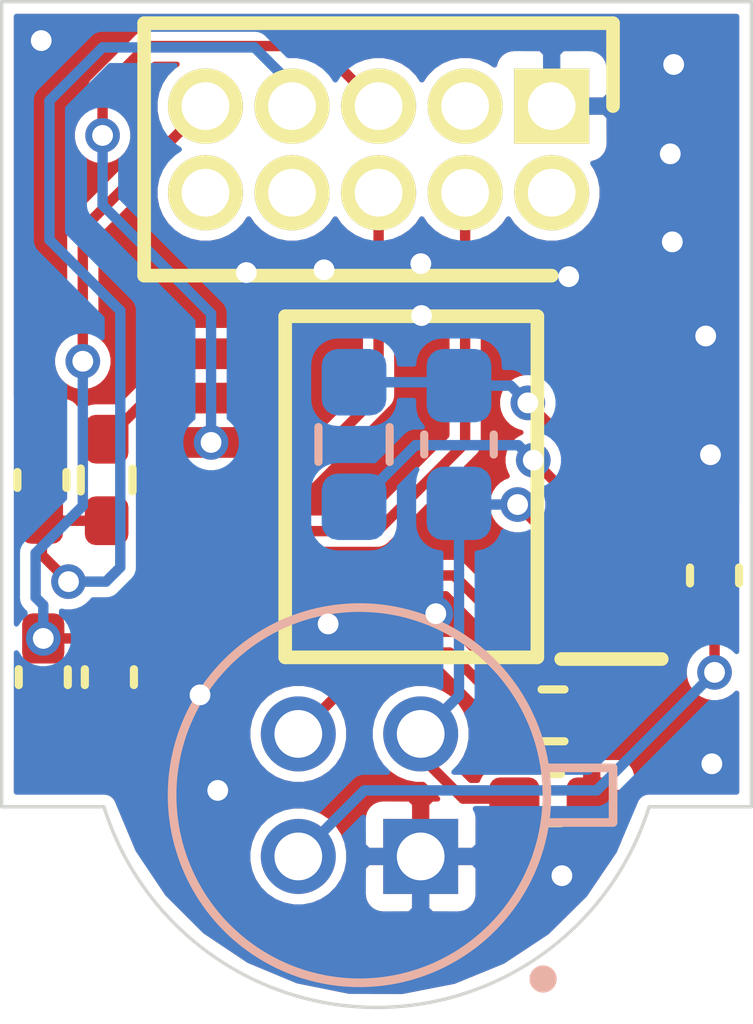
<source format=kicad_pcb>
(kicad_pcb (version 20171130) (host pcbnew "(5.1.8)-1")

  (general
    (thickness 1.6)
    (drawings 6)
    (tracks 99)
    (zones 0)
    (modules 12)
    (nets 13)
  )

  (page A4)
  (layers
    (0 F.Cu signal)
    (31 B.Cu signal)
    (32 B.Adhes user)
    (33 F.Adhes user)
    (34 B.Paste user)
    (35 F.Paste user)
    (36 B.SilkS user)
    (37 F.SilkS user)
    (38 B.Mask user)
    (39 F.Mask user)
    (40 Dwgs.User user)
    (41 Cmts.User user)
    (42 Eco1.User user)
    (43 Eco2.User user)
    (44 Edge.Cuts user)
    (45 Margin user)
    (46 B.CrtYd user)
    (47 F.CrtYd user)
    (48 B.Fab user hide)
    (49 F.Fab user hide)
  )

  (setup
    (last_trace_width 0.1524)
    (trace_clearance 0.1524)
    (zone_clearance 0.508)
    (zone_45_only no)
    (trace_min 0.1524)
    (via_size 0.508)
    (via_drill 0.3048)
    (via_min_size 0.4572)
    (via_min_drill 0.3048)
    (uvia_size 0.3)
    (uvia_drill 0.1)
    (uvias_allowed no)
    (uvia_min_size 0.2)
    (uvia_min_drill 0.1)
    (edge_width 0.05)
    (segment_width 0.2)
    (pcb_text_width 0.3)
    (pcb_text_size 1.5 1.5)
    (mod_edge_width 0.12)
    (mod_text_size 1 1)
    (mod_text_width 0.15)
    (pad_size 1.524 1.524)
    (pad_drill 0.762)
    (pad_to_mask_clearance 0)
    (aux_axis_origin 0 0)
    (visible_elements 7FFFFFFF)
    (pcbplotparams
      (layerselection 0x010fc_ffffffff)
      (usegerberextensions false)
      (usegerberattributes true)
      (usegerberadvancedattributes true)
      (creategerberjobfile true)
      (excludeedgelayer true)
      (linewidth 0.100000)
      (plotframeref false)
      (viasonmask false)
      (mode 1)
      (useauxorigin false)
      (hpglpennumber 1)
      (hpglpenspeed 20)
      (hpglpendiameter 15.000000)
      (psnegative false)
      (psa4output false)
      (plotreference true)
      (plotvalue true)
      (plotinvisibletext false)
      (padsonsilk false)
      (subtractmaskfromsilk false)
      (outputformat 1)
      (mirror false)
      (drillshape 0)
      (scaleselection 1)
      (outputdirectory "Gerber/"))
  )

  (net 0 "")
  (net 1 +3V3)
  (net 2 GND)
  (net 3 "Net-(C3-Pad2)")
  (net 4 /CMOUT)
  (net 5 /Temp_A)
  (net 6 /A1)
  (net 7 /MOSI)
  (net 8 /SCLK)
  (net 9 /SPICS)
  (net 10 "Net-(IC1-Pad9)")
  (net 11 /A0)
  (net 12 /Thermistor)

  (net_class Default "This is the default net class."
    (clearance 0.1524)
    (trace_width 0.1524)
    (via_dia 0.508)
    (via_drill 0.3048)
    (uvia_dia 0.3)
    (uvia_drill 0.1)
    (add_net +3V3)
    (add_net /A0)
    (add_net /A1)
    (add_net /CMOUT)
    (add_net /MOSI)
    (add_net /SCLK)
    (add_net /SPICS)
    (add_net /Temp_A)
    (add_net /Thermistor)
    (add_net GND)
    (add_net "Net-(C3-Pad2)")
    (add_net "Net-(IC1-Pad9)")
  )

  (module Resistor_SMD:R_0603_1608Metric_Pad0.98x0.95mm_HandSolder (layer B.Cu) (tedit 5F68FEEE) (tstamp 613A7DFA)
    (at 182.67 56.49 270)
    (descr "Resistor SMD 0603 (1608 Metric), square (rectangular) end terminal, IPC_7351 nominal with elongated pad for handsoldering. (Body size source: IPC-SM-782 page 72, https://www.pcb-3d.com/wordpress/wp-content/uploads/ipc-sm-782a_amendment_1_and_2.pdf), generated with kicad-footprint-generator")
    (tags "resistor handsolder")
    (path /613EC6F5)
    (attr smd)
    (fp_text reference R3 (at 0 1.43 90) (layer B.SilkS) hide
      (effects (font (size 1 1) (thickness 0.15)) (justify mirror))
    )
    (fp_text value 160k (at 0 -1.43 90) (layer B.Fab)
      (effects (font (size 1 1) (thickness 0.15)) (justify mirror))
    )
    (fp_line (start -0.8 -0.4125) (end -0.8 0.4125) (layer B.Fab) (width 0.1))
    (fp_line (start -0.8 0.4125) (end 0.8 0.4125) (layer B.Fab) (width 0.1))
    (fp_line (start 0.8 0.4125) (end 0.8 -0.4125) (layer B.Fab) (width 0.1))
    (fp_line (start 0.8 -0.4125) (end -0.8 -0.4125) (layer B.Fab) (width 0.1))
    (fp_line (start -0.254724 0.5225) (end 0.254724 0.5225) (layer B.SilkS) (width 0.12))
    (fp_line (start -0.254724 -0.5225) (end 0.254724 -0.5225) (layer B.SilkS) (width 0.12))
    (fp_line (start -1.65 -0.73) (end -1.65 0.73) (layer B.CrtYd) (width 0.05))
    (fp_line (start -1.65 0.73) (end 1.65 0.73) (layer B.CrtYd) (width 0.05))
    (fp_line (start 1.65 0.73) (end 1.65 -0.73) (layer B.CrtYd) (width 0.05))
    (fp_line (start 1.65 -0.73) (end -1.65 -0.73) (layer B.CrtYd) (width 0.05))
    (fp_text user %R (at 0 0 90) (layer B.Fab)
      (effects (font (size 0.4 0.4) (thickness 0.06)) (justify mirror))
    )
    (pad 2 smd roundrect (at 0.9125 0 270) (size 0.975 0.95) (layers B.Cu B.Paste B.Mask) (roundrect_rratio 0.25)
      (net 11 /A0))
    (pad 1 smd roundrect (at -0.9125 0 270) (size 0.975 0.95) (layers B.Cu B.Paste B.Mask) (roundrect_rratio 0.25)
      (net 6 /A1))
    (model ${KISYS3DMOD}/Resistor_SMD.3dshapes/R_0603_1608Metric.wrl
      (at (xyz 0 0 0))
      (scale (xyz 1 1 1))
      (rotate (xyz 0 0 0))
    )
  )

  (module Capacitor_SMD:C_0603_1608Metric_Pad1.08x0.95mm_HandSolder (layer B.Cu) (tedit 5F68FEEF) (tstamp 613A7D8D)
    (at 184.21 56.49 270)
    (descr "Capacitor SMD 0603 (1608 Metric), square (rectangular) end terminal, IPC_7351 nominal with elongated pad for handsoldering. (Body size source: IPC-SM-782 page 76, https://www.pcb-3d.com/wordpress/wp-content/uploads/ipc-sm-782a_amendment_1_and_2.pdf), generated with kicad-footprint-generator")
    (tags "capacitor handsolder")
    (path /613E9715)
    (attr smd)
    (fp_text reference C6 (at 0 1.43 90) (layer B.SilkS) hide
      (effects (font (size 1 1) (thickness 0.15)) (justify mirror))
    )
    (fp_text value 6800pF (at 0 -1.43 90) (layer B.Fab)
      (effects (font (size 1 1) (thickness 0.15)) (justify mirror))
    )
    (fp_line (start -0.8 -0.4) (end -0.8 0.4) (layer B.Fab) (width 0.1))
    (fp_line (start -0.8 0.4) (end 0.8 0.4) (layer B.Fab) (width 0.1))
    (fp_line (start 0.8 0.4) (end 0.8 -0.4) (layer B.Fab) (width 0.1))
    (fp_line (start 0.8 -0.4) (end -0.8 -0.4) (layer B.Fab) (width 0.1))
    (fp_line (start -0.146267 0.51) (end 0.146267 0.51) (layer B.SilkS) (width 0.12))
    (fp_line (start -0.146267 -0.51) (end 0.146267 -0.51) (layer B.SilkS) (width 0.12))
    (fp_line (start -1.65 -0.73) (end -1.65 0.73) (layer B.CrtYd) (width 0.05))
    (fp_line (start -1.65 0.73) (end 1.65 0.73) (layer B.CrtYd) (width 0.05))
    (fp_line (start 1.65 0.73) (end 1.65 -0.73) (layer B.CrtYd) (width 0.05))
    (fp_line (start 1.65 -0.73) (end -1.65 -0.73) (layer B.CrtYd) (width 0.05))
    (fp_text user %R (at 0 0 90) (layer B.Fab)
      (effects (font (size 0.4 0.4) (thickness 0.06)) (justify mirror))
    )
    (pad 2 smd roundrect (at 0.8625 0 270) (size 1.075 0.95) (layers B.Cu B.Paste B.Mask) (roundrect_rratio 0.25)
      (net 4 /CMOUT))
    (pad 1 smd roundrect (at -0.8625 0 270) (size 1.075 0.95) (layers B.Cu B.Paste B.Mask) (roundrect_rratio 0.25)
      (net 6 /A1))
    (model ${KISYS3DMOD}/Capacitor_SMD.3dshapes/C_0603_1608Metric.wrl
      (at (xyz 0 0 0))
      (scale (xyz 1 1 1))
      (rotate (xyz 0 0 0))
    )
  )

  (module Mylib:TO-46-4 (layer B.Cu) (tedit 613A3C52) (tstamp 613A7E1B)
    (at 182.75 61.63)
    (path /613AE4BF)
    (fp_text reference U1 (at 3.7 1.56) (layer B.SilkS) hide
      (effects (font (size 1.002 1.002) (thickness 0.15)) (justify mirror))
    )
    (fp_text value ZTP-135SR (at 1.44534 -3.86592) (layer B.Fab)
      (effects (font (size 1.000236 1.000236) (thickness 0.15)) (justify mirror))
    )
    (fp_circle (center 0 0) (end 2.75 0) (layer B.Fab) (width 0.127))
    (fp_line (start 2.72094 0.400219) (end 3.72079 0.400222) (layer B.Fab) (width 0.127))
    (fp_line (start 3.72079 0.400222) (end 3.72079 -0.400222) (layer B.Fab) (width 0.127))
    (fp_line (start 3.72079 -0.400222) (end 2.72094 -0.400219) (layer B.Fab) (width 0.127))
    (fp_circle (center 0 0) (end 2.75 0) (layer B.SilkS) (width 0.127))
    (fp_line (start 3.72079 0.400222) (end 3.72079 -0.400222) (layer B.SilkS) (width 0.127))
    (fp_line (start 3.72079 -0.400222) (end 2.72094 -0.400219) (layer B.SilkS) (width 0.127))
    (fp_line (start 2.72094 0.400219) (end 3.72079 0.400222) (layer B.SilkS) (width 0.127))
    (fp_circle (center 0.898022 0.898022) (end 0.998022 0.898022) (layer B.Fab) (width 0.2))
    (fp_line (start 2.92883 0.650537) (end 3.97323 0.605984) (layer B.CrtYd) (width 0.05))
    (fp_line (start 3.97323 0.605984) (end 3.92868 -0.650537) (layer B.CrtYd) (width 0.05))
    (fp_line (start 3.92868 -0.650537) (end 2.92883 -0.650537) (layer B.CrtYd) (width 0.05))
    (fp_circle (center 2.69407 2.69407) (end 2.79407 2.69407) (layer B.SilkS) (width 0.2))
    (fp_arc (start -0.03954 0.022133) (end 2.92883 -0.650537) (angle -32) (layer B.CrtYd) (width 0.05))
    (fp_arc (start -0.03954 -0.022133) (end 2.92883 0.650537) (angle 32) (layer B.CrtYd) (width 0.05))
    (fp_arc (start 0 0) (end 2.12132 -2.12132) (angle -90) (layer B.CrtYd) (width 0.05))
    (fp_arc (start 0 0) (end -2.12132 -2.12132) (angle -90) (layer B.CrtYd) (width 0.05))
    (fp_arc (start 0 0) (end -2.12132 2.12132) (angle -90) (layer B.CrtYd) (width 0.05))
    (pad 4 thru_hole circle (at 0.898022 -0.898022) (size 1.1 1.1) (drill 0.7) (layers *.Cu *.Mask)
      (net 4 /CMOUT))
    (pad 3 thru_hole circle (at -0.898022 -0.898022) (size 1.1 1.1) (drill 0.7) (layers *.Cu *.Mask)
      (net 12 /Thermistor))
    (pad 2 thru_hole circle (at -0.898022 0.898022) (size 1.1 1.1) (drill 0.7) (layers *.Cu *.Mask)
      (net 3 "Net-(C3-Pad2)"))
    (pad 1 thru_hole rect (at 0.898022 0.898022) (size 1.1 1.1) (drill 0.7) (layers *.Cu *.Mask)
      (net 2 GND))
    (model C:/DATA/Software/KiCAD/Libs/libs/Mylib/3D_model/ZTP-135SR.step
      (offset (xyz 0.9 -0.9 0))
      (scale (xyz 1 1 1))
      (rotate (xyz 0 0 0))
    )
  )

  (module Resistor_SMD:R_0402_1005Metric_Pad0.72x0.64mm_HandSolder (layer F.Cu) (tedit 5F6BB9E0) (tstamp 613A7DE9)
    (at 179.04 57.01 90)
    (descr "Resistor SMD 0402 (1005 Metric), square (rectangular) end terminal, IPC_7351 nominal with elongated pad for handsoldering. (Body size source: IPC-SM-782 page 72, https://www.pcb-3d.com/wordpress/wp-content/uploads/ipc-sm-782a_amendment_1_and_2.pdf), generated with kicad-footprint-generator")
    (tags "resistor handsolder")
    (path /613C0C15)
    (attr smd)
    (fp_text reference R2 (at 0 -1.17 90) (layer F.SilkS) hide
      (effects (font (size 1 1) (thickness 0.15)))
    )
    (fp_text value 160k (at 0 1.17 90) (layer F.Fab) hide
      (effects (font (size 1 1) (thickness 0.15)))
    )
    (fp_line (start -0.525 0.27) (end -0.525 -0.27) (layer F.Fab) (width 0.1))
    (fp_line (start -0.525 -0.27) (end 0.525 -0.27) (layer F.Fab) (width 0.1))
    (fp_line (start 0.525 -0.27) (end 0.525 0.27) (layer F.Fab) (width 0.1))
    (fp_line (start 0.525 0.27) (end -0.525 0.27) (layer F.Fab) (width 0.1))
    (fp_line (start -0.167621 -0.38) (end 0.167621 -0.38) (layer F.SilkS) (width 0.12))
    (fp_line (start -0.167621 0.38) (end 0.167621 0.38) (layer F.SilkS) (width 0.12))
    (fp_line (start -1.1 0.47) (end -1.1 -0.47) (layer F.CrtYd) (width 0.05))
    (fp_line (start -1.1 -0.47) (end 1.1 -0.47) (layer F.CrtYd) (width 0.05))
    (fp_line (start 1.1 -0.47) (end 1.1 0.47) (layer F.CrtYd) (width 0.05))
    (fp_line (start 1.1 0.47) (end -1.1 0.47) (layer F.CrtYd) (width 0.05))
    (fp_text user %R (at 0 0 90) (layer F.Fab)
      (effects (font (size 0.26 0.26) (thickness 0.04)))
    )
    (pad 2 smd roundrect (at 0.5975 0 90) (size 0.715 0.64) (layers F.Cu F.Paste F.Mask) (roundrect_rratio 0.25)
      (net 10 "Net-(IC1-Pad9)"))
    (pad 1 smd roundrect (at -0.5975 0 90) (size 0.715 0.64) (layers F.Cu F.Paste F.Mask) (roundrect_rratio 0.25)
      (net 5 /Temp_A))
    (model ${KISYS3DMOD}/Resistor_SMD.3dshapes/R_0402_1005Metric.wrl
      (at (xyz 0 0 0))
      (scale (xyz 1 1 1))
      (rotate (xyz 0 0 0))
    )
  )

  (module Resistor_SMD:R_0402_1005Metric_Pad0.72x0.64mm_HandSolder (layer F.Cu) (tedit 5F6BB9E0) (tstamp 613A7DD8)
    (at 185.59 60.46 180)
    (descr "Resistor SMD 0402 (1005 Metric), square (rectangular) end terminal, IPC_7351 nominal with elongated pad for handsoldering. (Body size source: IPC-SM-782 page 72, https://www.pcb-3d.com/wordpress/wp-content/uploads/ipc-sm-782a_amendment_1_and_2.pdf), generated with kicad-footprint-generator")
    (tags "resistor handsolder")
    (path /613A1A47)
    (attr smd)
    (fp_text reference R1 (at 0 -1.17) (layer F.SilkS) hide
      (effects (font (size 1 1) (thickness 0.15)))
    )
    (fp_text value 100k (at 0 1.17) (layer F.Fab) hide
      (effects (font (size 1 1) (thickness 0.15)))
    )
    (fp_line (start -0.525 0.27) (end -0.525 -0.27) (layer F.Fab) (width 0.1))
    (fp_line (start -0.525 -0.27) (end 0.525 -0.27) (layer F.Fab) (width 0.1))
    (fp_line (start 0.525 -0.27) (end 0.525 0.27) (layer F.Fab) (width 0.1))
    (fp_line (start 0.525 0.27) (end -0.525 0.27) (layer F.Fab) (width 0.1))
    (fp_line (start -0.167621 -0.38) (end 0.167621 -0.38) (layer F.SilkS) (width 0.12))
    (fp_line (start -0.167621 0.38) (end 0.167621 0.38) (layer F.SilkS) (width 0.12))
    (fp_line (start -1.1 0.47) (end -1.1 -0.47) (layer F.CrtYd) (width 0.05))
    (fp_line (start -1.1 -0.47) (end 1.1 -0.47) (layer F.CrtYd) (width 0.05))
    (fp_line (start 1.1 -0.47) (end 1.1 0.47) (layer F.CrtYd) (width 0.05))
    (fp_line (start 1.1 0.47) (end -1.1 0.47) (layer F.CrtYd) (width 0.05))
    (fp_text user %R (at 0 0) (layer F.Fab)
      (effects (font (size 0.26 0.26) (thickness 0.04)))
    )
    (pad 2 smd roundrect (at 0.5975 0 180) (size 0.715 0.64) (layers F.Cu F.Paste F.Mask) (roundrect_rratio 0.25)
      (net 12 /Thermistor))
    (pad 1 smd roundrect (at -0.5975 0 180) (size 0.715 0.64) (layers F.Cu F.Paste F.Mask) (roundrect_rratio 0.25)
      (net 1 +3V3))
    (model ${KISYS3DMOD}/Resistor_SMD.3dshapes/R_0402_1005Metric.wrl
      (at (xyz 0 0 0))
      (scale (xyz 1 1 1))
      (rotate (xyz 0 0 0))
    )
  )

  (module SamacSys_Parts:HDRV10W50P127_2X5_635X340X430P (layer F.Cu) (tedit 61391636) (tstamp 613A7DC7)
    (at 185.57 51.53 180)
    (descr GRPB052VWVN-RC)
    (tags Connector)
    (path /613B2C5D)
    (fp_text reference J1 (at 0 0) (layer F.SilkS) hide
      (effects (font (size 1.27 1.27) (thickness 0.254)))
    )
    (fp_text value GRPB052VWVN-RC (at 0 0) (layer F.SilkS) hide
      (effects (font (size 1.27 1.27) (thickness 0.254)))
    )
    (fp_line (start 5.98 -2.485) (end 0 -2.485) (layer F.SilkS) (width 0.2))
    (fp_line (start 5.98 1.215) (end 5.98 -2.485) (layer F.SilkS) (width 0.2))
    (fp_line (start -0.9 1.215) (end 5.98 1.215) (layer F.SilkS) (width 0.2))
    (fp_line (start -0.9 0) (end -0.9 1.215) (layer F.SilkS) (width 0.2))
    (fp_line (start 5.865 1.215) (end -0.785 1.215) (layer Dwgs.User) (width 0.1))
    (fp_line (start 5.865 -2.485) (end 5.865 1.215) (layer Dwgs.User) (width 0.1))
    (fp_line (start -0.785 -2.485) (end 5.865 -2.485) (layer Dwgs.User) (width 0.1))
    (fp_line (start -0.785 1.215) (end -0.785 -2.485) (layer Dwgs.User) (width 0.1))
    (fp_line (start 6.115 1.465) (end -1.035 1.465) (layer Dwgs.User) (width 0.05))
    (fp_line (start 6.115 -2.735) (end 6.115 1.465) (layer Dwgs.User) (width 0.05))
    (fp_line (start -1.035 -2.735) (end 6.115 -2.735) (layer Dwgs.User) (width 0.05))
    (fp_line (start -1.035 1.465) (end -1.035 -2.735) (layer Dwgs.User) (width 0.05))
    (pad 10 thru_hole circle (at 5.08 -1.27 270) (size 1.1 1.1) (drill 0.7) (layers *.Cu *.Mask F.SilkS))
    (pad 9 thru_hole circle (at 5.08 0 270) (size 1.1 1.1) (drill 0.7) (layers *.Cu *.Mask F.SilkS)
      (net 1 +3V3))
    (pad 8 thru_hole circle (at 3.81 -1.27 270) (size 1.1 1.1) (drill 0.7) (layers *.Cu *.Mask F.SilkS))
    (pad 7 thru_hole circle (at 3.81 0 270) (size 1.1 1.1) (drill 0.7) (layers *.Cu *.Mask F.SilkS)
      (net 5 /Temp_A))
    (pad 6 thru_hole circle (at 2.54 -1.27 270) (size 1.1 1.1) (drill 0.7) (layers *.Cu *.Mask F.SilkS)
      (net 8 /SCLK))
    (pad 5 thru_hole circle (at 2.54 0 270) (size 1.1 1.1) (drill 0.7) (layers *.Cu *.Mask F.SilkS)
      (net 9 /SPICS))
    (pad 4 thru_hole circle (at 1.27 -1.27 270) (size 1.1 1.1) (drill 0.7) (layers *.Cu *.Mask F.SilkS)
      (net 7 /MOSI))
    (pad 3 thru_hole circle (at 1.27 0 270) (size 1.1 1.1) (drill 0.7) (layers *.Cu *.Mask F.SilkS))
    (pad 2 thru_hole circle (at 0 -1.27 270) (size 1.1 1.1) (drill 0.7) (layers *.Cu *.Mask F.SilkS))
    (pad 1 thru_hole rect (at 0 0 270) (size 1.1 1.1) (drill 0.7) (layers *.Cu *.Mask F.SilkS)
      (net 2 GND))
    (model C:/DATA/Software/KiCAD/Libs/libs/Mylib/3D_model/GRPB052VWVN-RC.step
      (at (xyz 0 0 0))
      (scale (xyz 1 1 1))
      (rotate (xyz 0 0 0))
    )
  )

  (module SamacSys_Parts:SOP65P640X120-14N (layer F.Cu) (tedit 6139279A) (tstamp 613A7DAD)
    (at 183.51 57.11 180)
    (descr "PW (R-PDSO-G14)")
    (tags "Integrated Circuit")
    (path /613C2C2B)
    (attr smd)
    (fp_text reference IC1 (at 0 0) (layer F.SilkS) hide
      (effects (font (size 1.27 1.27) (thickness 0.254)))
    )
    (fp_text value LMP91051MTX_NOPB (at 0 0) (layer F.SilkS) hide
      (effects (font (size 1.27 1.27) (thickness 0.254)))
    )
    (fp_line (start -3.675 -2.525) (end -2.2 -2.525) (layer F.SilkS) (width 0.2))
    (fp_line (start -1.85 2.5) (end -1.85 -2.5) (layer F.SilkS) (width 0.2))
    (fp_line (start 1.85 2.5) (end -1.85 2.5) (layer F.SilkS) (width 0.2))
    (fp_line (start 1.85 -2.5) (end 1.85 2.5) (layer F.SilkS) (width 0.2))
    (fp_line (start -1.85 -2.5) (end 1.85 -2.5) (layer F.SilkS) (width 0.2))
    (fp_line (start -2.2 -1.85) (end -1.55 -2.5) (layer Dwgs.User) (width 0.1))
    (fp_line (start -2.2 2.5) (end -2.2 -2.5) (layer Dwgs.User) (width 0.1))
    (fp_line (start 2.2 2.5) (end -2.2 2.5) (layer Dwgs.User) (width 0.1))
    (fp_line (start 2.2 -2.5) (end 2.2 2.5) (layer Dwgs.User) (width 0.1))
    (fp_line (start -2.2 -2.5) (end 2.2 -2.5) (layer Dwgs.User) (width 0.1))
    (fp_line (start -3.925 2.8) (end -3.925 -2.8) (layer Dwgs.User) (width 0.05))
    (fp_line (start 3.925 2.8) (end -3.925 2.8) (layer Dwgs.User) (width 0.05))
    (fp_line (start 3.925 -2.8) (end 3.925 2.8) (layer Dwgs.User) (width 0.05))
    (fp_line (start -3.925 -2.8) (end 3.925 -2.8) (layer Dwgs.User) (width 0.05))
    (pad 14 smd rect (at 2.938 -1.95 270) (size 0.45 1.475) (layers F.Cu F.Paste F.Mask)
      (net 1 +3V3))
    (pad 13 smd rect (at 2.938 -1.3 270) (size 0.45 1.475) (layers F.Cu F.Paste F.Mask)
      (net 1 +3V3))
    (pad 12 smd rect (at 2.938 -0.65 270) (size 0.45 1.475) (layers F.Cu F.Paste F.Mask)
      (net 7 /MOSI))
    (pad 11 smd rect (at 2.938 0 270) (size 0.45 1.475) (layers F.Cu F.Paste F.Mask)
      (net 8 /SCLK))
    (pad 10 smd rect (at 2.938 0.65 270) (size 0.45 1.475) (layers F.Cu F.Paste F.Mask)
      (net 9 /SPICS))
    (pad 9 smd rect (at 2.938 1.3 270) (size 0.45 1.475) (layers F.Cu F.Paste F.Mask)
      (net 10 "Net-(IC1-Pad9)"))
    (pad 8 smd rect (at 2.938 1.95 270) (size 0.45 1.475) (layers F.Cu F.Paste F.Mask))
    (pad 7 smd rect (at -2.938 1.95 270) (size 0.45 1.475) (layers F.Cu F.Paste F.Mask))
    (pad 6 smd rect (at -2.938 1.3 270) (size 0.45 1.475) (layers F.Cu F.Paste F.Mask)
      (net 2 GND))
    (pad 5 smd rect (at -2.938 0.65 270) (size 0.45 1.475) (layers F.Cu F.Paste F.Mask)
      (net 6 /A1))
    (pad 4 smd rect (at -2.938 0 270) (size 0.45 1.475) (layers F.Cu F.Paste F.Mask)
      (net 11 /A0))
    (pad 3 smd rect (at -2.938 -0.65 270) (size 0.45 1.475) (layers F.Cu F.Paste F.Mask)
      (net 4 /CMOUT))
    (pad 2 smd rect (at -2.938 -1.3 270) (size 0.45 1.475) (layers F.Cu F.Paste F.Mask))
    (pad 1 smd rect (at -2.938 -1.95 270) (size 0.45 1.475) (layers F.Cu F.Paste F.Mask)
      (net 3 "Net-(C3-Pad2)"))
    (model C:/DATA/Software/KiCAD/Libs/libs/Mylib/3D_model/LMP91051MTX_NOPB.STEP
      (at (xyz 0 0 0))
      (scale (xyz 1 1 1))
      (rotate (xyz -90 0 0))
    )
  )

  (module Capacitor_SMD:C_0402_1005Metric_Pad0.74x0.62mm_HandSolder (layer F.Cu) (tedit 5F6BB22C) (tstamp 613A7D7C)
    (at 178.09 57.01 90)
    (descr "Capacitor SMD 0402 (1005 Metric), square (rectangular) end terminal, IPC_7351 nominal with elongated pad for handsoldering. (Body size source: IPC-SM-782 page 76, https://www.pcb-3d.com/wordpress/wp-content/uploads/ipc-sm-782a_amendment_1_and_2.pdf), generated with kicad-footprint-generator")
    (tags "capacitor handsolder")
    (path /613C18B2)
    (attr smd)
    (fp_text reference C5 (at 0 -1.16 90) (layer F.SilkS) hide
      (effects (font (size 1 1) (thickness 0.15)))
    )
    (fp_text value 1uF (at 0 1.16 90) (layer F.Fab)
      (effects (font (size 1 1) (thickness 0.15)))
    )
    (fp_line (start -0.5 0.25) (end -0.5 -0.25) (layer F.Fab) (width 0.1))
    (fp_line (start -0.5 -0.25) (end 0.5 -0.25) (layer F.Fab) (width 0.1))
    (fp_line (start 0.5 -0.25) (end 0.5 0.25) (layer F.Fab) (width 0.1))
    (fp_line (start 0.5 0.25) (end -0.5 0.25) (layer F.Fab) (width 0.1))
    (fp_line (start -0.115835 -0.36) (end 0.115835 -0.36) (layer F.SilkS) (width 0.12))
    (fp_line (start -0.115835 0.36) (end 0.115835 0.36) (layer F.SilkS) (width 0.12))
    (fp_line (start -1.08 0.46) (end -1.08 -0.46) (layer F.CrtYd) (width 0.05))
    (fp_line (start -1.08 -0.46) (end 1.08 -0.46) (layer F.CrtYd) (width 0.05))
    (fp_line (start 1.08 -0.46) (end 1.08 0.46) (layer F.CrtYd) (width 0.05))
    (fp_line (start 1.08 0.46) (end -1.08 0.46) (layer F.CrtYd) (width 0.05))
    (fp_text user %R (at 0 0 90) (layer F.Fab)
      (effects (font (size 0.25 0.25) (thickness 0.04)))
    )
    (pad 2 smd roundrect (at 0.5675 0 90) (size 0.735 0.62) (layers F.Cu F.Paste F.Mask) (roundrect_rratio 0.25)
      (net 2 GND))
    (pad 1 smd roundrect (at -0.5675 0 90) (size 0.735 0.62) (layers F.Cu F.Paste F.Mask) (roundrect_rratio 0.25)
      (net 5 /Temp_A))
    (model ${KISYS3DMOD}/Capacitor_SMD.3dshapes/C_0402_1005Metric.wrl
      (at (xyz 0 0 0))
      (scale (xyz 1 1 1))
      (rotate (xyz 0 0 0))
    )
  )

  (module Capacitor_SMD:C_0402_1005Metric_Pad0.74x0.62mm_HandSolder (layer F.Cu) (tedit 5F6BB22C) (tstamp 613A7D6B)
    (at 185.59 61.68 180)
    (descr "Capacitor SMD 0402 (1005 Metric), square (rectangular) end terminal, IPC_7351 nominal with elongated pad for handsoldering. (Body size source: IPC-SM-782 page 76, https://www.pcb-3d.com/wordpress/wp-content/uploads/ipc-sm-782a_amendment_1_and_2.pdf), generated with kicad-footprint-generator")
    (tags "capacitor handsolder")
    (path /613BBBBF)
    (attr smd)
    (fp_text reference C4 (at 0 -1.16) (layer F.SilkS) hide
      (effects (font (size 1 1) (thickness 0.15)))
    )
    (fp_text value 0.01uF (at 0 1.16) (layer F.Fab)
      (effects (font (size 1 1) (thickness 0.15)))
    )
    (fp_line (start -0.5 0.25) (end -0.5 -0.25) (layer F.Fab) (width 0.1))
    (fp_line (start -0.5 -0.25) (end 0.5 -0.25) (layer F.Fab) (width 0.1))
    (fp_line (start 0.5 -0.25) (end 0.5 0.25) (layer F.Fab) (width 0.1))
    (fp_line (start 0.5 0.25) (end -0.5 0.25) (layer F.Fab) (width 0.1))
    (fp_line (start -0.115835 -0.36) (end 0.115835 -0.36) (layer F.SilkS) (width 0.12))
    (fp_line (start -0.115835 0.36) (end 0.115835 0.36) (layer F.SilkS) (width 0.12))
    (fp_line (start -1.08 0.46) (end -1.08 -0.46) (layer F.CrtYd) (width 0.05))
    (fp_line (start -1.08 -0.46) (end 1.08 -0.46) (layer F.CrtYd) (width 0.05))
    (fp_line (start 1.08 -0.46) (end 1.08 0.46) (layer F.CrtYd) (width 0.05))
    (fp_line (start 1.08 0.46) (end -1.08 0.46) (layer F.CrtYd) (width 0.05))
    (fp_text user %R (at 0 0) (layer F.Fab)
      (effects (font (size 0.25 0.25) (thickness 0.04)))
    )
    (pad 2 smd roundrect (at 0.5675 0 180) (size 0.735 0.62) (layers F.Cu F.Paste F.Mask) (roundrect_rratio 0.25)
      (net 4 /CMOUT))
    (pad 1 smd roundrect (at -0.5675 0 180) (size 0.735 0.62) (layers F.Cu F.Paste F.Mask) (roundrect_rratio 0.25)
      (net 2 GND))
    (model ${KISYS3DMOD}/Capacitor_SMD.3dshapes/C_0402_1005Metric.wrl
      (at (xyz 0 0 0))
      (scale (xyz 1 1 1))
      (rotate (xyz 0 0 0))
    )
  )

  (module Capacitor_SMD:C_0402_1005Metric_Pad0.74x0.62mm_HandSolder (layer F.Cu) (tedit 5F6BB22C) (tstamp 613A7D5A)
    (at 187.96 58.41 270)
    (descr "Capacitor SMD 0402 (1005 Metric), square (rectangular) end terminal, IPC_7351 nominal with elongated pad for handsoldering. (Body size source: IPC-SM-782 page 76, https://www.pcb-3d.com/wordpress/wp-content/uploads/ipc-sm-782a_amendment_1_and_2.pdf), generated with kicad-footprint-generator")
    (tags "capacitor handsolder")
    (path /613B3308)
    (attr smd)
    (fp_text reference C3 (at 0 -1.16 90) (layer F.SilkS) hide
      (effects (font (size 1 1) (thickness 0.15)))
    )
    (fp_text value 0.01uF (at 0 1.16 90) (layer F.Fab)
      (effects (font (size 1 1) (thickness 0.15)))
    )
    (fp_line (start -0.5 0.25) (end -0.5 -0.25) (layer F.Fab) (width 0.1))
    (fp_line (start -0.5 -0.25) (end 0.5 -0.25) (layer F.Fab) (width 0.1))
    (fp_line (start 0.5 -0.25) (end 0.5 0.25) (layer F.Fab) (width 0.1))
    (fp_line (start 0.5 0.25) (end -0.5 0.25) (layer F.Fab) (width 0.1))
    (fp_line (start -0.115835 -0.36) (end 0.115835 -0.36) (layer F.SilkS) (width 0.12))
    (fp_line (start -0.115835 0.36) (end 0.115835 0.36) (layer F.SilkS) (width 0.12))
    (fp_line (start -1.08 0.46) (end -1.08 -0.46) (layer F.CrtYd) (width 0.05))
    (fp_line (start -1.08 -0.46) (end 1.08 -0.46) (layer F.CrtYd) (width 0.05))
    (fp_line (start 1.08 -0.46) (end 1.08 0.46) (layer F.CrtYd) (width 0.05))
    (fp_line (start 1.08 0.46) (end -1.08 0.46) (layer F.CrtYd) (width 0.05))
    (fp_text user %R (at 0 0 90) (layer F.Fab)
      (effects (font (size 0.25 0.25) (thickness 0.04)))
    )
    (pad 2 smd roundrect (at 0.5675 0 270) (size 0.735 0.62) (layers F.Cu F.Paste F.Mask) (roundrect_rratio 0.25)
      (net 3 "Net-(C3-Pad2)"))
    (pad 1 smd roundrect (at -0.5675 0 270) (size 0.735 0.62) (layers F.Cu F.Paste F.Mask) (roundrect_rratio 0.25)
      (net 4 /CMOUT))
    (model ${KISYS3DMOD}/Capacitor_SMD.3dshapes/C_0402_1005Metric.wrl
      (at (xyz 0 0 0))
      (scale (xyz 1 1 1))
      (rotate (xyz 0 0 0))
    )
  )

  (module Capacitor_SMD:C_0402_1005Metric_Pad0.74x0.62mm_HandSolder (layer F.Cu) (tedit 5F6BB22C) (tstamp 613A7D49)
    (at 179.08 59.9 90)
    (descr "Capacitor SMD 0402 (1005 Metric), square (rectangular) end terminal, IPC_7351 nominal with elongated pad for handsoldering. (Body size source: IPC-SM-782 page 76, https://www.pcb-3d.com/wordpress/wp-content/uploads/ipc-sm-782a_amendment_1_and_2.pdf), generated with kicad-footprint-generator")
    (tags "capacitor handsolder")
    (path /613D7D04)
    (attr smd)
    (fp_text reference C2 (at 0 -1.16 90) (layer F.SilkS) hide
      (effects (font (size 1 1) (thickness 0.15)))
    )
    (fp_text value 0.01uF (at 0 1.16 90) (layer F.Fab)
      (effects (font (size 1 1) (thickness 0.15)))
    )
    (fp_line (start -0.5 0.25) (end -0.5 -0.25) (layer F.Fab) (width 0.1))
    (fp_line (start -0.5 -0.25) (end 0.5 -0.25) (layer F.Fab) (width 0.1))
    (fp_line (start 0.5 -0.25) (end 0.5 0.25) (layer F.Fab) (width 0.1))
    (fp_line (start 0.5 0.25) (end -0.5 0.25) (layer F.Fab) (width 0.1))
    (fp_line (start -0.115835 -0.36) (end 0.115835 -0.36) (layer F.SilkS) (width 0.12))
    (fp_line (start -0.115835 0.36) (end 0.115835 0.36) (layer F.SilkS) (width 0.12))
    (fp_line (start -1.08 0.46) (end -1.08 -0.46) (layer F.CrtYd) (width 0.05))
    (fp_line (start -1.08 -0.46) (end 1.08 -0.46) (layer F.CrtYd) (width 0.05))
    (fp_line (start 1.08 -0.46) (end 1.08 0.46) (layer F.CrtYd) (width 0.05))
    (fp_line (start 1.08 0.46) (end -1.08 0.46) (layer F.CrtYd) (width 0.05))
    (fp_text user %R (at 0 0 90) (layer F.Fab)
      (effects (font (size 0.25 0.25) (thickness 0.04)))
    )
    (pad 2 smd roundrect (at 0.5675 0 90) (size 0.735 0.62) (layers F.Cu F.Paste F.Mask) (roundrect_rratio 0.25)
      (net 1 +3V3))
    (pad 1 smd roundrect (at -0.5675 0 90) (size 0.735 0.62) (layers F.Cu F.Paste F.Mask) (roundrect_rratio 0.25)
      (net 2 GND))
    (model ${KISYS3DMOD}/Capacitor_SMD.3dshapes/C_0402_1005Metric.wrl
      (at (xyz 0 0 0))
      (scale (xyz 1 1 1))
      (rotate (xyz 0 0 0))
    )
  )

  (module Capacitor_SMD:C_0402_1005Metric_Pad0.74x0.62mm_HandSolder (layer F.Cu) (tedit 5F6BB22C) (tstamp 613A9566)
    (at 178.11 59.9 90)
    (descr "Capacitor SMD 0402 (1005 Metric), square (rectangular) end terminal, IPC_7351 nominal with elongated pad for handsoldering. (Body size source: IPC-SM-782 page 76, https://www.pcb-3d.com/wordpress/wp-content/uploads/ipc-sm-782a_amendment_1_and_2.pdf), generated with kicad-footprint-generator")
    (tags "capacitor handsolder")
    (path /613D9E16)
    (attr smd)
    (fp_text reference C1 (at 0 -1.16 90) (layer F.SilkS) hide
      (effects (font (size 1 1) (thickness 0.15)))
    )
    (fp_text value 1uF (at 0 1.16 90) (layer F.Fab)
      (effects (font (size 1 1) (thickness 0.15)))
    )
    (fp_line (start -0.5 0.25) (end -0.5 -0.25) (layer F.Fab) (width 0.1))
    (fp_line (start -0.5 -0.25) (end 0.5 -0.25) (layer F.Fab) (width 0.1))
    (fp_line (start 0.5 -0.25) (end 0.5 0.25) (layer F.Fab) (width 0.1))
    (fp_line (start 0.5 0.25) (end -0.5 0.25) (layer F.Fab) (width 0.1))
    (fp_line (start -0.115835 -0.36) (end 0.115835 -0.36) (layer F.SilkS) (width 0.12))
    (fp_line (start -0.115835 0.36) (end 0.115835 0.36) (layer F.SilkS) (width 0.12))
    (fp_line (start -1.08 0.46) (end -1.08 -0.46) (layer F.CrtYd) (width 0.05))
    (fp_line (start -1.08 -0.46) (end 1.08 -0.46) (layer F.CrtYd) (width 0.05))
    (fp_line (start 1.08 -0.46) (end 1.08 0.46) (layer F.CrtYd) (width 0.05))
    (fp_line (start 1.08 0.46) (end -1.08 0.46) (layer F.CrtYd) (width 0.05))
    (fp_text user %R (at 0 0 90) (layer F.Fab)
      (effects (font (size 0.25 0.25) (thickness 0.04)))
    )
    (pad 2 smd roundrect (at 0.5675 0 90) (size 0.735 0.62) (layers F.Cu F.Paste F.Mask) (roundrect_rratio 0.25)
      (net 1 +3V3))
    (pad 1 smd roundrect (at -0.5675 0 90) (size 0.735 0.62) (layers F.Cu F.Paste F.Mask) (roundrect_rratio 0.25)
      (net 2 GND))
    (model ${KISYS3DMOD}/Capacitor_SMD.3dshapes/C_0402_1005Metric.wrl
      (at (xyz 0 0 0))
      (scale (xyz 1 1 1))
      (rotate (xyz 0 0 0))
    )
  )

  (gr_arc (start 182.999999 60.550001) (end 179 61.8) (angle -145.2919507) (layer Edge.Cuts) (width 0.05))
  (gr_line (start 177.5 61.8) (end 177.5 50) (layer Edge.Cuts) (width 0.05) (tstamp 613A8C00))
  (gr_line (start 179 61.8) (end 177.5 61.8) (layer Edge.Cuts) (width 0.05))
  (gr_line (start 188.499998 61.800001) (end 186.999998 61.800001) (layer Edge.Cuts) (width 0.05))
  (gr_line (start 188.5 50) (end 188.5 61.8) (layer Edge.Cuts) (width 0.05))
  (gr_line (start 177.5 50) (end 188.5 50) (layer Edge.Cuts) (width 0.05))

  (segment (start 180.572 58.41) (end 180.572 59.06) (width 0.1524) (layer F.Cu) (net 1))
  (segment (start 184.1375 58.41) (end 180.572 58.41) (width 0.1524) (layer F.Cu) (net 1))
  (segment (start 186.1875 60.46) (end 184.1375 58.41) (width 0.1524) (layer F.Cu) (net 1))
  (segment (start 178.11 59.3325) (end 179.08 59.3325) (width 0.1524) (layer F.Cu) (net 1))
  (segment (start 180.2995 59.3325) (end 180.572 59.06) (width 0.1524) (layer F.Cu) (net 1))
  (segment (start 179.08 59.3325) (end 180.2995 59.3325) (width 0.1524) (layer F.Cu) (net 1))
  (via (at 178.69 55.27) (size 0.508) (drill 0.3048) (layers F.Cu B.Cu) (net 1))
  (segment (start 178.69 53.33) (end 178.69 55.27) (width 0.1524) (layer F.Cu) (net 1))
  (segment (start 180.49 51.53) (end 178.69 53.33) (width 0.1524) (layer F.Cu) (net 1))
  (via (at 178.11 59.3325) (size 0.508) (drill 0.3048) (layers F.Cu B.Cu) (net 1))
  (segment (start 178.69 57.03) (end 178.69 55.27) (width 0.1524) (layer B.Cu) (net 1))
  (segment (start 178.69 57.03) (end 178.69 57.39) (width 0.1524) (layer B.Cu) (net 1))
  (segment (start 177.997399 58.731649) (end 177.997399 58.082601) (width 0.1524) (layer B.Cu) (net 1))
  (segment (start 177.997399 58.082601) (end 178.69 57.39) (width 0.1524) (layer B.Cu) (net 1))
  (segment (start 178.11 58.84425) (end 177.997399 58.731649) (width 0.1524) (layer B.Cu) (net 1))
  (segment (start 178.11 59.3325) (end 178.11 58.84425) (width 0.1524) (layer B.Cu) (net 1))
  (via (at 183.65 53.84) (size 0.508) (drill 0.3048) (layers F.Cu B.Cu) (net 2))
  (via (at 183.66 54.6) (size 0.508) (drill 0.3048) (layers F.Cu B.Cu) (net 2))
  (via (at 187.36 50.92) (size 0.508) (drill 0.3048) (layers F.Cu B.Cu) (net 2))
  (via (at 187.34 53.52) (size 0.508) (drill 0.3048) (layers F.Cu B.Cu) (net 2))
  (via (at 180.67 61.56) (size 0.508) (drill 0.3048) (layers F.Cu B.Cu) (net 2))
  (via (at 185.72 62.81) (size 0.508) (drill 0.3048) (layers F.Cu B.Cu) (net 2))
  (via (at 178.08 50.57) (size 0.508) (drill 0.3048) (layers F.Cu B.Cu) (net 2))
  (via (at 187.92 61.17) (size 0.508) (drill 0.3048) (layers F.Cu B.Cu) (net 2))
  (via (at 181.09 53.97) (size 0.508) (drill 0.3048) (layers F.Cu B.Cu) (net 2))
  (via (at 182.23 53.93) (size 0.508) (drill 0.3048) (layers F.Cu B.Cu) (net 2))
  (via (at 185.82 54.03) (size 0.508) (drill 0.3048) (layers F.Cu B.Cu) (net 2))
  (via (at 187.31 52.23) (size 0.508) (drill 0.3048) (layers F.Cu B.Cu) (net 2))
  (via (at 187.83 54.9) (size 0.508) (drill 0.3048) (layers F.Cu B.Cu) (net 2))
  (via (at 187.9 56.64) (size 0.508) (drill 0.3048) (layers F.Cu B.Cu) (net 2))
  (via (at 183.87 58.97) (size 0.508) (drill 0.3048) (layers F.Cu B.Cu) (net 2))
  (via (at 182.29 59.12) (size 0.508) (drill 0.3048) (layers F.Cu B.Cu) (net 2))
  (via (at 180.41 60.16) (size 0.508) (drill 0.3048) (layers F.Cu B.Cu) (net 2))
  (segment (start 187.8775 59.06) (end 187.96 58.9775) (width 0.1524) (layer F.Cu) (net 3))
  (segment (start 186.448 59.06) (end 187.8775 59.06) (width 0.1524) (layer F.Cu) (net 3))
  (via (at 187.96 59.83) (size 0.508) (drill 0.3048) (layers F.Cu B.Cu) (net 3))
  (segment (start 187.96 58.9775) (end 187.96 59.83) (width 0.1524) (layer F.Cu) (net 3))
  (segment (start 186.23 61.56) (end 187.96 59.83) (width 0.1524) (layer B.Cu) (net 3))
  (segment (start 182.82 61.56) (end 186.23 61.56) (width 0.1524) (layer B.Cu) (net 3))
  (segment (start 181.851978 62.528022) (end 182.82 61.56) (width 0.1524) (layer B.Cu) (net 3))
  (segment (start 184.27 61.68) (end 185.0225 61.68) (width 0.1524) (layer F.Cu) (net 4))
  (segment (start 183.648022 61.058022) (end 184.27 61.68) (width 0.1524) (layer F.Cu) (net 4))
  (segment (start 187.8775 57.76) (end 187.96 57.8425) (width 0.1524) (layer F.Cu) (net 4))
  (segment (start 186.448 57.76) (end 187.8775 57.76) (width 0.1524) (layer F.Cu) (net 4))
  (via (at 185.07 57.37) (size 0.508) (drill 0.3048) (layers F.Cu B.Cu) (net 4))
  (segment (start 185.46 57.76) (end 185.07 57.37) (width 0.1524) (layer F.Cu) (net 4))
  (segment (start 186.448 57.76) (end 185.46 57.76) (width 0.1524) (layer F.Cu) (net 4))
  (segment (start 184.2275 57.37) (end 184.21 57.3525) (width 0.1524) (layer B.Cu) (net 4))
  (segment (start 185.07 57.37) (end 184.2275 57.37) (width 0.1524) (layer B.Cu) (net 4))
  (segment (start 184.21 60.17) (end 183.648022 60.731978) (width 0.1524) (layer B.Cu) (net 4))
  (segment (start 184.21 57.3525) (end 184.21 60.17) (width 0.1524) (layer B.Cu) (net 4))
  (segment (start 178.12 57.6075) (end 178.09 57.5775) (width 0.1524) (layer F.Cu) (net 5))
  (segment (start 179.04 57.6075) (end 178.12 57.6075) (width 0.1524) (layer F.Cu) (net 5))
  (segment (start 181.76 51.53) (end 181.76 51.22) (width 0.1524) (layer B.Cu) (net 5))
  (segment (start 181.76 51.22) (end 181.21 50.67) (width 0.1524) (layer B.Cu) (net 5))
  (via (at 178.48 58.5) (size 0.508) (drill 0.3048) (layers F.Cu B.Cu) (net 5))
  (segment (start 178.09 58.11) (end 178.48 58.5) (width 0.1524) (layer F.Cu) (net 5))
  (segment (start 178.09 57.5775) (end 178.09 58.11) (width 0.1524) (layer F.Cu) (net 5))
  (segment (start 178.48 58.5) (end 179.03 58.5) (width 0.1524) (layer B.Cu) (net 5))
  (segment (start 179.03 58.5) (end 179.24 58.29) (width 0.1524) (layer B.Cu) (net 5))
  (segment (start 179.24 58.29) (end 179.24 54.53) (width 0.1524) (layer B.Cu) (net 5))
  (segment (start 179.24 54.53) (end 178.2 53.49) (width 0.1524) (layer B.Cu) (net 5))
  (segment (start 178.2 53.49) (end 178.2 51.45) (width 0.1524) (layer B.Cu) (net 5))
  (segment (start 178.98 50.67) (end 181.21 50.67) (width 0.1524) (layer B.Cu) (net 5))
  (segment (start 178.2 51.45) (end 178.98 50.67) (width 0.1524) (layer B.Cu) (net 5))
  (segment (start 184.16 55.5775) (end 184.21 55.6275) (width 0.1524) (layer B.Cu) (net 6))
  (segment (start 182.67 55.5775) (end 184.16 55.5775) (width 0.1524) (layer B.Cu) (net 6))
  (via (at 185.22 55.88) (size 0.508) (drill 0.3048) (layers F.Cu B.Cu) (net 6))
  (segment (start 184.9675 55.6275) (end 185.22 55.88) (width 0.1524) (layer B.Cu) (net 6))
  (segment (start 184.21 55.6275) (end 184.9675 55.6275) (width 0.1524) (layer B.Cu) (net 6))
  (segment (start 185.8 56.46) (end 186.448 56.46) (width 0.1524) (layer F.Cu) (net 6))
  (segment (start 185.22 55.88) (end 185.8 56.46) (width 0.1524) (layer F.Cu) (net 6))
  (segment (start 180.572 57.76) (end 183.01 57.76) (width 0.1524) (layer F.Cu) (net 7))
  (segment (start 184.3 56.47) (end 183.01 57.76) (width 0.1524) (layer F.Cu) (net 7))
  (segment (start 184.3 52.8) (end 184.3 56.47) (width 0.1524) (layer F.Cu) (net 7))
  (segment (start 180.572 57.11) (end 181.680834 57.11) (width 0.1524) (layer F.Cu) (net 8))
  (segment (start 183.03 55.760834) (end 183.03 52.8) (width 0.1524) (layer F.Cu) (net 8))
  (segment (start 181.680834 57.11) (end 183.03 55.760834) (width 0.1524) (layer F.Cu) (net 8))
  (segment (start 180.572 56.46) (end 180.572 56.46) (width 0.1524) (layer F.Cu) (net 9))
  (via (at 178.98 51.96) (size 0.508) (drill 0.3048) (layers F.Cu B.Cu) (net 9))
  (via (at 180.572 56.46) (size 0.508) (drill 0.3048) (layers F.Cu B.Cu) (net 9))
  (segment (start 178.98 52.98) (end 178.98 51.96) (width 0.1524) (layer B.Cu) (net 9))
  (segment (start 180.572 54.572) (end 178.98 52.98) (width 0.1524) (layer B.Cu) (net 9))
  (segment (start 180.572 56.46) (end 180.572 54.572) (width 0.1524) (layer B.Cu) (net 9))
  (segment (start 178.98 51.96) (end 178.98 51.3) (width 0.1524) (layer F.Cu) (net 9))
  (segment (start 178.98 51.3) (end 179.63 50.65) (width 0.1524) (layer F.Cu) (net 9))
  (segment (start 182.15 50.65) (end 183.03 51.53) (width 0.1524) (layer F.Cu) (net 9))
  (segment (start 179.63 50.65) (end 182.15 50.65) (width 0.1524) (layer F.Cu) (net 9))
  (segment (start 179.6425 55.81) (end 179.04 56.4125) (width 0.1524) (layer F.Cu) (net 10))
  (segment (start 180.572 55.81) (end 179.6425 55.81) (width 0.1524) (layer F.Cu) (net 10))
  (segment (start 182.67 57.4025) (end 183.5725 56.5) (width 0.1524) (layer B.Cu) (net 11))
  (segment (start 185.08 56.5) (end 185.3 56.72) (width 0.1524) (layer B.Cu) (net 11))
  (via (at 185.3 56.72) (size 0.508) (drill 0.3048) (layers F.Cu B.Cu) (net 11))
  (segment (start 183.5725 56.5) (end 185.08 56.5) (width 0.1524) (layer B.Cu) (net 11))
  (segment (start 185.69 57.11) (end 186.448 57.11) (width 0.1524) (layer F.Cu) (net 11))
  (segment (start 185.3 56.72) (end 185.69 57.11) (width 0.1524) (layer F.Cu) (net 11))
  (segment (start 181.851978 60.731978) (end 183.043956 59.54) (width 0.1524) (layer F.Cu) (net 12))
  (segment (start 184.0725 59.54) (end 184.9925 60.46) (width 0.1524) (layer F.Cu) (net 12))
  (segment (start 183.043956 59.54) (end 184.0725 59.54) (width 0.1524) (layer F.Cu) (net 12))

  (zone (net 2) (net_name GND) (layer F.Cu) (tstamp 613AC0C9) (hatch edge 0.508)
    (connect_pads (clearance 0.1524))
    (min_thickness 0.0762)
    (fill yes (arc_segments 32) (thermal_gap 0.254) (thermal_bridge_width 0.254))
    (polygon
      (pts
        (xy 188.5 65) (xy 177.5 65) (xy 177.5 50) (xy 188.5 50)
      )
    )
    (filled_polygon
      (pts
        (xy 188.284501 57.329689) (xy 188.24757 57.309949) (xy 188.182583 57.290235) (xy 188.115 57.283579) (xy 187.805 57.283579)
        (xy 187.737417 57.290235) (xy 187.67243 57.309949) (xy 187.612539 57.341961) (xy 187.560043 57.385043) (xy 187.516961 57.437539)
        (xy 187.487157 57.4933) (xy 187.371922 57.4933) (xy 187.36235 57.461746) (xy 187.348054 57.435) (xy 187.36235 57.408254)
        (xy 187.373243 57.372344) (xy 187.376921 57.335) (xy 187.376921 56.885) (xy 187.373243 56.847656) (xy 187.36235 56.811746)
        (xy 187.348054 56.785) (xy 187.36235 56.758254) (xy 187.373243 56.722344) (xy 187.376921 56.685) (xy 187.376921 56.255778)
        (xy 187.393045 56.242545) (xy 187.429547 56.198067) (xy 187.456671 56.147323) (xy 187.473373 56.092262) (xy 187.479013 56.035)
        (xy 187.4776 55.971925) (xy 187.404575 55.8989) (xy 186.5369 55.8989) (xy 186.5369 55.9189) (xy 186.3591 55.9189)
        (xy 186.3591 55.8989) (xy 186.3391 55.8989) (xy 186.3391 55.7211) (xy 186.3591 55.7211) (xy 186.3591 55.7011)
        (xy 186.5369 55.7011) (xy 186.5369 55.7211) (xy 187.404575 55.7211) (xy 187.4776 55.648075) (xy 187.479013 55.585)
        (xy 187.473373 55.527738) (xy 187.456671 55.472677) (xy 187.429547 55.421933) (xy 187.393045 55.377455) (xy 187.376921 55.364222)
        (xy 187.376921 54.935) (xy 187.373243 54.897656) (xy 187.36235 54.861746) (xy 187.344661 54.828652) (xy 187.320855 54.799645)
        (xy 187.291848 54.775839) (xy 187.258754 54.75815) (xy 187.222844 54.747257) (xy 187.1855 54.743579) (xy 185.7105 54.743579)
        (xy 185.673156 54.747257) (xy 185.637246 54.75815) (xy 185.604152 54.775839) (xy 185.575145 54.799645) (xy 185.551339 54.828652)
        (xy 185.53365 54.861746) (xy 185.522757 54.897656) (xy 185.519079 54.935) (xy 185.519079 55.364222) (xy 185.502955 55.377455)
        (xy 185.466453 55.421933) (xy 185.439329 55.472677) (xy 185.434467 55.488706) (xy 185.43055 55.486089) (xy 185.349656 55.452582)
        (xy 185.263779 55.4355) (xy 185.176221 55.4355) (xy 185.090344 55.452582) (xy 185.00945 55.486089) (xy 184.936648 55.534734)
        (xy 184.874734 55.596648) (xy 184.826089 55.66945) (xy 184.792582 55.750344) (xy 184.7755 55.836221) (xy 184.7755 55.923779)
        (xy 184.792582 56.009656) (xy 184.826089 56.09055) (xy 184.874734 56.163352) (xy 184.936648 56.225266) (xy 185.00945 56.273911)
        (xy 185.090344 56.307418) (xy 185.120192 56.313355) (xy 185.08945 56.326089) (xy 185.016648 56.374734) (xy 184.954734 56.436648)
        (xy 184.906089 56.50945) (xy 184.872582 56.590344) (xy 184.8555 56.676221) (xy 184.8555 56.763779) (xy 184.872582 56.849656)
        (xy 184.906089 56.93055) (xy 184.919811 56.951087) (xy 184.85945 56.976089) (xy 184.786648 57.024734) (xy 184.724734 57.086648)
        (xy 184.676089 57.15945) (xy 184.642582 57.240344) (xy 184.6255 57.326221) (xy 184.6255 57.413779) (xy 184.642582 57.499656)
        (xy 184.676089 57.58055) (xy 184.724734 57.653352) (xy 184.786648 57.715266) (xy 184.85945 57.763911) (xy 184.940344 57.797418)
        (xy 185.026221 57.8145) (xy 185.113779 57.8145) (xy 185.133423 57.810593) (xy 185.262146 57.939316) (xy 185.270502 57.949498)
        (xy 185.311113 57.982826) (xy 185.357445 58.00759) (xy 185.407718 58.022841) (xy 185.446902 58.0267) (xy 185.446903 58.0267)
        (xy 185.459999 58.02799) (xy 185.473095 58.0267) (xy 185.524078 58.0267) (xy 185.53365 58.058254) (xy 185.547946 58.085)
        (xy 185.53365 58.111746) (xy 185.522757 58.147656) (xy 185.519079 58.185) (xy 185.519079 58.635) (xy 185.522757 58.672344)
        (xy 185.53365 58.708254) (xy 185.547946 58.735) (xy 185.53365 58.761746) (xy 185.522757 58.797656) (xy 185.519079 58.835)
        (xy 185.519079 59.285) (xy 185.522757 59.322344) (xy 185.53365 59.358254) (xy 185.551339 59.391348) (xy 185.575145 59.420355)
        (xy 185.604152 59.444161) (xy 185.637246 59.46185) (xy 185.673156 59.472743) (xy 185.7105 59.476421) (xy 187.1855 59.476421)
        (xy 187.222844 59.472743) (xy 187.258754 59.46185) (xy 187.291848 59.444161) (xy 187.320855 59.420355) (xy 187.344661 59.391348)
        (xy 187.36235 59.358254) (xy 187.371922 59.3267) (xy 187.487157 59.3267) (xy 187.516961 59.382461) (xy 187.560043 59.434957)
        (xy 187.612539 59.478039) (xy 187.65868 59.502702) (xy 187.614734 59.546648) (xy 187.566089 59.61945) (xy 187.532582 59.700344)
        (xy 187.5155 59.786221) (xy 187.5155 59.873779) (xy 187.532582 59.959656) (xy 187.566089 60.04055) (xy 187.614734 60.113352)
        (xy 187.676648 60.175266) (xy 187.74945 60.223911) (xy 187.830344 60.257418) (xy 187.916221 60.2745) (xy 188.003779 60.2745)
        (xy 188.089656 60.257418) (xy 188.17055 60.223911) (xy 188.243352 60.175266) (xy 188.284501 60.134117) (xy 188.284501 61.584501)
        (xy 186.989419 61.584501) (xy 186.957753 61.58762) (xy 186.917131 61.599942) (xy 186.879694 61.619953) (xy 186.84688 61.646883)
        (xy 186.81995 61.679697) (xy 186.799939 61.717134) (xy 186.7971 61.726493) (xy 186.768707 61.793532) (xy 186.744075 61.7689)
        (xy 186.2464 61.7689) (xy 186.2464 62.209075) (xy 186.319425 62.2821) (xy 186.525 62.283513) (xy 186.562762 62.279794)
        (xy 186.490832 62.44963) (xy 186.055373 63.091494) (xy 185.503542 63.636547) (xy 184.856349 64.064039) (xy 184.138446 64.357682)
        (xy 183.377178 64.506291) (xy 182.601549 64.504206) (xy 181.841093 64.351505) (xy 181.124785 64.054008) (xy 180.4799 63.623045)
        (xy 179.931005 63.07503) (xy 179.515269 62.455089) (xy 181.111478 62.455089) (xy 181.111478 62.600955) (xy 181.139935 62.744018)
        (xy 181.195755 62.87878) (xy 181.276794 63.000063) (xy 181.379937 63.103206) (xy 181.50122 63.184245) (xy 181.635982 63.240065)
        (xy 181.779045 63.268522) (xy 181.924911 63.268522) (xy 182.067974 63.240065) (xy 182.202736 63.184245) (xy 182.324019 63.103206)
        (xy 182.349203 63.078022) (xy 182.804509 63.078022) (xy 182.810149 63.135284) (xy 182.826851 63.190345) (xy 182.853975 63.241089)
        (xy 182.890477 63.285567) (xy 182.934955 63.322069) (xy 182.985699 63.349193) (xy 183.04076 63.365895) (xy 183.098022 63.371535)
        (xy 183.486097 63.370122) (xy 183.559122 63.297097) (xy 183.559122 62.616922) (xy 183.736922 62.616922) (xy 183.736922 63.297097)
        (xy 183.809947 63.370122) (xy 184.198022 63.371535) (xy 184.255284 63.365895) (xy 184.310345 63.349193) (xy 184.361089 63.322069)
        (xy 184.405567 63.285567) (xy 184.442069 63.241089) (xy 184.469193 63.190345) (xy 184.485895 63.135284) (xy 184.491535 63.078022)
        (xy 184.490122 62.689947) (xy 184.417097 62.616922) (xy 183.736922 62.616922) (xy 183.559122 62.616922) (xy 182.878947 62.616922)
        (xy 182.805922 62.689947) (xy 182.804509 63.078022) (xy 182.349203 63.078022) (xy 182.427162 63.000063) (xy 182.508201 62.87878)
        (xy 182.564021 62.744018) (xy 182.592478 62.600955) (xy 182.592478 62.455089) (xy 182.564021 62.312026) (xy 182.508201 62.177264)
        (xy 182.427162 62.055981) (xy 182.349203 61.978022) (xy 182.804509 61.978022) (xy 182.805922 62.366097) (xy 182.878947 62.439122)
        (xy 183.559122 62.439122) (xy 183.559122 61.758947) (xy 183.486097 61.685922) (xy 183.098022 61.684509) (xy 183.04076 61.690149)
        (xy 182.985699 61.706851) (xy 182.934955 61.733975) (xy 182.890477 61.770477) (xy 182.853975 61.814955) (xy 182.826851 61.865699)
        (xy 182.810149 61.92076) (xy 182.804509 61.978022) (xy 182.349203 61.978022) (xy 182.324019 61.952838) (xy 182.202736 61.871799)
        (xy 182.067974 61.815979) (xy 181.924911 61.787522) (xy 181.779045 61.787522) (xy 181.635982 61.815979) (xy 181.50122 61.871799)
        (xy 181.379937 61.952838) (xy 181.276794 62.055981) (xy 181.195755 62.177264) (xy 181.139935 62.312026) (xy 181.111478 62.455089)
        (xy 179.515269 62.455089) (xy 179.498843 62.430595) (xy 179.202981 61.726764) (xy 179.200059 61.717133) (xy 179.180048 61.679696)
        (xy 179.153118 61.646882) (xy 179.120304 61.619952) (xy 179.082867 61.599941) (xy 179.042245 61.587619) (xy 179.010579 61.5845)
        (xy 179.00001 61.5845) (xy 179 61.584499) (xy 178.99999 61.5845) (xy 177.7155 61.5845) (xy 177.7155 61.114611)
        (xy 177.742738 61.122873) (xy 177.8 61.128513) (xy 177.948075 61.1271) (xy 178.0211 61.054075) (xy 178.0211 60.5564)
        (xy 178.1989 60.5564) (xy 178.1989 61.054075) (xy 178.271925 61.1271) (xy 178.42 61.128513) (xy 178.477262 61.122873)
        (xy 178.532323 61.106171) (xy 178.583067 61.079047) (xy 178.595 61.069254) (xy 178.606933 61.079047) (xy 178.657677 61.106171)
        (xy 178.712738 61.122873) (xy 178.77 61.128513) (xy 178.918075 61.1271) (xy 178.9911 61.054075) (xy 178.9911 60.5564)
        (xy 179.1689 60.5564) (xy 179.1689 61.054075) (xy 179.241925 61.1271) (xy 179.39 61.128513) (xy 179.447262 61.122873)
        (xy 179.502323 61.106171) (xy 179.553067 61.079047) (xy 179.597545 61.042545) (xy 179.634047 60.998067) (xy 179.661171 60.947323)
        (xy 179.677873 60.892262) (xy 179.683513 60.835) (xy 179.6821 60.629425) (xy 179.609075 60.5564) (xy 179.1689 60.5564)
        (xy 178.9911 60.5564) (xy 178.1989 60.5564) (xy 178.0211 60.5564) (xy 178.0011 60.5564) (xy 178.0011 60.3786)
        (xy 178.0211 60.3786) (xy 178.0211 60.3586) (xy 178.1989 60.3586) (xy 178.1989 60.3786) (xy 178.9911 60.3786)
        (xy 178.9911 60.3586) (xy 179.1689 60.3586) (xy 179.1689 60.3786) (xy 179.609075 60.3786) (xy 179.6821 60.305575)
        (xy 179.683513 60.1) (xy 179.677873 60.042738) (xy 179.661171 59.987677) (xy 179.634047 59.936933) (xy 179.597545 59.892455)
        (xy 179.553067 59.855953) (xy 179.502323 59.828829) (xy 179.45141 59.813385) (xy 179.479957 59.789957) (xy 179.523039 59.737461)
        (xy 179.555051 59.67757) (xy 179.574765 59.612583) (xy 179.576083 59.5992) (xy 180.286404 59.5992) (xy 180.2995 59.60049)
        (xy 180.312596 59.5992) (xy 180.312598 59.5992) (xy 180.351782 59.595341) (xy 180.402055 59.58009) (xy 180.448387 59.555326)
        (xy 180.488998 59.521998) (xy 180.497354 59.511816) (xy 180.532749 59.476421) (xy 181.3095 59.476421) (xy 181.346844 59.472743)
        (xy 181.382754 59.46185) (xy 181.415848 59.444161) (xy 181.444855 59.420355) (xy 181.468661 59.391348) (xy 181.48635 59.358254)
        (xy 181.497243 59.322344) (xy 181.500921 59.285) (xy 181.500921 58.835) (xy 181.497243 58.797656) (xy 181.48635 58.761746)
        (xy 181.472054 58.735) (xy 181.48635 58.708254) (xy 181.495922 58.6767) (xy 184.02703 58.6767) (xy 185.327008 59.976679)
        (xy 185.324483 59.975329) (xy 185.258559 59.955331) (xy 185.19 59.948579) (xy 184.85825 59.948579) (xy 184.270354 59.360684)
        (xy 184.261998 59.350502) (xy 184.221387 59.317174) (xy 184.175055 59.29241) (xy 184.124782 59.277159) (xy 184.085598 59.2733)
        (xy 184.085596 59.2733) (xy 184.0725 59.27201) (xy 184.059404 59.2733) (xy 183.057051 59.2733) (xy 183.043955 59.27201)
        (xy 183.030859 59.2733) (xy 183.030858 59.2733) (xy 182.991674 59.277159) (xy 182.941401 59.29241) (xy 182.913002 59.307589)
        (xy 182.895067 59.317175) (xy 182.883461 59.3267) (xy 182.854458 59.350502) (xy 182.846106 59.360679) (xy 182.152033 60.054753)
        (xy 182.067974 60.019935) (xy 181.924911 59.991478) (xy 181.779045 59.991478) (xy 181.635982 60.019935) (xy 181.50122 60.075755)
        (xy 181.379937 60.156794) (xy 181.276794 60.259937) (xy 181.195755 60.38122) (xy 181.139935 60.515982) (xy 181.111478 60.659045)
        (xy 181.111478 60.804911) (xy 181.139935 60.947974) (xy 181.195755 61.082736) (xy 181.276794 61.204019) (xy 181.379937 61.307162)
        (xy 181.50122 61.388201) (xy 181.635982 61.444021) (xy 181.779045 61.472478) (xy 181.924911 61.472478) (xy 182.067974 61.444021)
        (xy 182.202736 61.388201) (xy 182.324019 61.307162) (xy 182.427162 61.204019) (xy 182.508201 61.082736) (xy 182.564021 60.947974)
        (xy 182.592478 60.804911) (xy 182.592478 60.659045) (xy 182.907522 60.659045) (xy 182.907522 60.804911) (xy 182.935979 60.947974)
        (xy 182.991799 61.082736) (xy 183.072838 61.204019) (xy 183.175981 61.307162) (xy 183.297264 61.388201) (xy 183.432026 61.444021)
        (xy 183.575089 61.472478) (xy 183.685308 61.472478) (xy 183.898429 61.6856) (xy 183.809947 61.685922) (xy 183.736922 61.758947)
        (xy 183.736922 62.439122) (xy 184.417097 62.439122) (xy 184.490122 62.366097) (xy 184.491535 61.978022) (xy 184.490631 61.968846)
        (xy 184.521961 62.027461) (xy 184.565043 62.079957) (xy 184.617539 62.123039) (xy 184.67743 62.155051) (xy 184.742417 62.174765)
        (xy 184.81 62.181421) (xy 185.235 62.181421) (xy 185.302583 62.174765) (xy 185.36757 62.155051) (xy 185.427461 62.123039)
        (xy 185.479957 62.079957) (xy 185.503385 62.05141) (xy 185.518829 62.102323) (xy 185.545953 62.153067) (xy 185.582455 62.197545)
        (xy 185.626933 62.234047) (xy 185.677677 62.261171) (xy 185.732738 62.277873) (xy 185.79 62.283513) (xy 185.995575 62.2821)
        (xy 186.0686 62.209075) (xy 186.0686 61.7689) (xy 186.0486 61.7689) (xy 186.0486 61.5911) (xy 186.0686 61.5911)
        (xy 186.0686 61.150925) (xy 186.2464 61.150925) (xy 186.2464 61.5911) (xy 186.744075 61.5911) (xy 186.8171 61.518075)
        (xy 186.818513 61.37) (xy 186.812873 61.312738) (xy 186.796171 61.257677) (xy 186.769047 61.206933) (xy 186.732545 61.162455)
        (xy 186.688067 61.125953) (xy 186.637323 61.098829) (xy 186.582262 61.082127) (xy 186.525 61.076487) (xy 186.319425 61.0779)
        (xy 186.2464 61.150925) (xy 186.0686 61.150925) (xy 185.995575 61.0779) (xy 185.79 61.076487) (xy 185.732738 61.082127)
        (xy 185.677677 61.098829) (xy 185.626933 61.125953) (xy 185.582455 61.162455) (xy 185.545953 61.206933) (xy 185.518829 61.257677)
        (xy 185.503385 61.30859) (xy 185.479957 61.280043) (xy 185.427461 61.236961) (xy 185.36757 61.204949) (xy 185.302583 61.185235)
        (xy 185.235 61.178579) (xy 184.81 61.178579) (xy 184.742417 61.185235) (xy 184.67743 61.204949) (xy 184.617539 61.236961)
        (xy 184.565043 61.280043) (xy 184.521961 61.332539) (xy 184.489949 61.39243) (xy 184.483618 61.4133) (xy 184.380471 61.4133)
        (xy 184.197198 61.230027) (xy 184.223206 61.204019) (xy 184.304245 61.082736) (xy 184.360065 60.947974) (xy 184.388522 60.804911)
        (xy 184.388522 60.659045) (xy 184.360065 60.515982) (xy 184.304245 60.38122) (xy 184.223206 60.259937) (xy 184.120063 60.156794)
        (xy 183.99878 60.075755) (xy 183.864018 60.019935) (xy 183.720955 59.991478) (xy 183.575089 59.991478) (xy 183.432026 60.019935)
        (xy 183.297264 60.075755) (xy 183.175981 60.156794) (xy 183.072838 60.259937) (xy 182.991799 60.38122) (xy 182.935979 60.515982)
        (xy 182.907522 60.659045) (xy 182.592478 60.659045) (xy 182.564021 60.515982) (xy 182.529203 60.431923) (xy 183.154427 59.8067)
        (xy 183.96203 59.8067) (xy 184.444632 60.289303) (xy 184.443579 60.3) (xy 184.443579 60.62) (xy 184.450331 60.688559)
        (xy 184.470329 60.754483) (xy 184.502804 60.815239) (xy 184.546508 60.868492) (xy 184.599761 60.912196) (xy 184.660517 60.944671)
        (xy 184.726441 60.964669) (xy 184.795 60.971421) (xy 185.19 60.971421) (xy 185.258559 60.964669) (xy 185.324483 60.944671)
        (xy 185.385239 60.912196) (xy 185.438492 60.868492) (xy 185.482196 60.815239) (xy 185.514671 60.754483) (xy 185.534669 60.688559)
        (xy 185.541421 60.62) (xy 185.541421 60.3) (xy 185.534669 60.231441) (xy 185.514671 60.165517) (xy 185.513321 60.162992)
        (xy 185.639632 60.289303) (xy 185.638579 60.3) (xy 185.638579 60.62) (xy 185.645331 60.688559) (xy 185.665329 60.754483)
        (xy 185.697804 60.815239) (xy 185.741508 60.868492) (xy 185.794761 60.912196) (xy 185.855517 60.944671) (xy 185.921441 60.964669)
        (xy 185.99 60.971421) (xy 186.385 60.971421) (xy 186.453559 60.964669) (xy 186.519483 60.944671) (xy 186.580239 60.912196)
        (xy 186.633492 60.868492) (xy 186.677196 60.815239) (xy 186.709671 60.754483) (xy 186.729669 60.688559) (xy 186.736421 60.62)
        (xy 186.736421 60.3) (xy 186.729669 60.231441) (xy 186.709671 60.165517) (xy 186.677196 60.104761) (xy 186.633492 60.051508)
        (xy 186.580239 60.007804) (xy 186.519483 59.975329) (xy 186.453559 59.955331) (xy 186.385 59.948579) (xy 186.05325 59.948579)
        (xy 184.335354 58.230684) (xy 184.326998 58.220502) (xy 184.286387 58.187174) (xy 184.240055 58.16241) (xy 184.189782 58.147159)
        (xy 184.150598 58.1433) (xy 184.150596 58.1433) (xy 184.1375 58.14201) (xy 184.124404 58.1433) (xy 181.495922 58.1433)
        (xy 181.48635 58.111746) (xy 181.472054 58.085) (xy 181.48635 58.058254) (xy 181.495922 58.0267) (xy 182.996904 58.0267)
        (xy 183.01 58.02799) (xy 183.023096 58.0267) (xy 183.023098 58.0267) (xy 183.062282 58.022841) (xy 183.112555 58.00759)
        (xy 183.158887 57.982826) (xy 183.199498 57.949498) (xy 183.207854 57.939316) (xy 184.479321 56.66785) (xy 184.489498 56.659498)
        (xy 184.510109 56.634383) (xy 184.522825 56.618889) (xy 184.530556 56.604425) (xy 184.54759 56.572555) (xy 184.562841 56.522282)
        (xy 184.5667 56.483098) (xy 184.5667 56.483097) (xy 184.56799 56.470001) (xy 184.5667 56.456905) (xy 184.5667 53.491041)
        (xy 184.650758 53.456223) (xy 184.772041 53.375184) (xy 184.875184 53.272041) (xy 184.935 53.18252) (xy 184.994816 53.272041)
        (xy 185.097959 53.375184) (xy 185.219242 53.456223) (xy 185.354004 53.512043) (xy 185.497067 53.5405) (xy 185.642933 53.5405)
        (xy 185.785996 53.512043) (xy 185.920758 53.456223) (xy 186.042041 53.375184) (xy 186.145184 53.272041) (xy 186.226223 53.150758)
        (xy 186.282043 53.015996) (xy 186.3105 52.872933) (xy 186.3105 52.727067) (xy 186.282043 52.584004) (xy 186.226223 52.449242)
        (xy 186.172188 52.368373) (xy 186.177262 52.367873) (xy 186.232323 52.351171) (xy 186.283067 52.324047) (xy 186.327545 52.287545)
        (xy 186.364047 52.243067) (xy 186.391171 52.192323) (xy 186.407873 52.137262) (xy 186.413513 52.08) (xy 186.4121 51.691925)
        (xy 186.339075 51.6189) (xy 185.6589 51.6189) (xy 185.6589 51.6389) (xy 185.4811 51.6389) (xy 185.4811 51.6189)
        (xy 185.4611 51.6189) (xy 185.4611 51.4411) (xy 185.4811 51.4411) (xy 185.4811 50.760925) (xy 185.6589 50.760925)
        (xy 185.6589 51.4411) (xy 186.339075 51.4411) (xy 186.4121 51.368075) (xy 186.413513 50.98) (xy 186.407873 50.922738)
        (xy 186.391171 50.867677) (xy 186.364047 50.816933) (xy 186.327545 50.772455) (xy 186.283067 50.735953) (xy 186.232323 50.708829)
        (xy 186.177262 50.692127) (xy 186.12 50.686487) (xy 185.731925 50.6879) (xy 185.6589 50.760925) (xy 185.4811 50.760925)
        (xy 185.408075 50.6879) (xy 185.02 50.686487) (xy 184.962738 50.692127) (xy 184.907677 50.708829) (xy 184.856933 50.735953)
        (xy 184.812455 50.772455) (xy 184.775953 50.816933) (xy 184.748829 50.867677) (xy 184.732127 50.922738) (xy 184.731627 50.927812)
        (xy 184.650758 50.873777) (xy 184.515996 50.817957) (xy 184.372933 50.7895) (xy 184.227067 50.7895) (xy 184.084004 50.817957)
        (xy 183.949242 50.873777) (xy 183.827959 50.954816) (xy 183.724816 51.057959) (xy 183.665 51.14748) (xy 183.605184 51.057959)
        (xy 183.502041 50.954816) (xy 183.380758 50.873777) (xy 183.245996 50.817957) (xy 183.102933 50.7895) (xy 182.957067 50.7895)
        (xy 182.814004 50.817957) (xy 182.729945 50.852775) (xy 182.347854 50.470684) (xy 182.339498 50.460502) (xy 182.298887 50.427174)
        (xy 182.252555 50.40241) (xy 182.202282 50.387159) (xy 182.163098 50.3833) (xy 182.163096 50.3833) (xy 182.15 50.38201)
        (xy 182.136904 50.3833) (xy 179.643096 50.3833) (xy 179.63 50.38201) (xy 179.616904 50.3833) (xy 179.616902 50.3833)
        (xy 179.577718 50.387159) (xy 179.542695 50.397784) (xy 179.527444 50.40241) (xy 179.50268 50.415647) (xy 179.481113 50.427174)
        (xy 179.440502 50.460502) (xy 179.43215 50.470679) (xy 178.800679 51.102151) (xy 178.790503 51.110502) (xy 178.782153 51.120677)
        (xy 178.757175 51.151113) (xy 178.732411 51.197445) (xy 178.71716 51.247718) (xy 178.71201 51.3) (xy 178.713301 51.313106)
        (xy 178.713301 51.603607) (xy 178.696648 51.614734) (xy 178.634734 51.676648) (xy 178.586089 51.74945) (xy 178.552582 51.830344)
        (xy 178.5355 51.916221) (xy 178.5355 52.003779) (xy 178.552582 52.089656) (xy 178.586089 52.17055) (xy 178.634734 52.243352)
        (xy 178.696648 52.305266) (xy 178.76945 52.353911) (xy 178.850344 52.387418) (xy 178.936221 52.4045) (xy 179.023779 52.4045)
        (xy 179.109656 52.387418) (xy 179.19055 52.353911) (xy 179.263352 52.305266) (xy 179.325266 52.243352) (xy 179.373911 52.17055)
        (xy 179.407418 52.089656) (xy 179.4245 52.003779) (xy 179.4245 51.916221) (xy 179.407418 51.830344) (xy 179.373911 51.74945)
        (xy 179.325266 51.676648) (xy 179.263352 51.614734) (xy 179.2467 51.603607) (xy 179.2467 51.41047) (xy 179.740471 50.9167)
        (xy 180.075003 50.9167) (xy 180.017959 50.954816) (xy 179.914816 51.057959) (xy 179.833777 51.179242) (xy 179.777957 51.314004)
        (xy 179.7495 51.457067) (xy 179.7495 51.602933) (xy 179.777957 51.745996) (xy 179.812775 51.830055) (xy 178.510684 53.132146)
        (xy 178.500502 53.140502) (xy 178.467174 53.181113) (xy 178.44241 53.227446) (xy 178.427159 53.277719) (xy 178.4233 53.316902)
        (xy 178.42201 53.33) (xy 178.4233 53.343096) (xy 178.423301 54.913607) (xy 178.406648 54.924734) (xy 178.344734 54.986648)
        (xy 178.296089 55.05945) (xy 178.262582 55.140344) (xy 178.2455 55.226221) (xy 178.2455 55.313779) (xy 178.262582 55.399656)
        (xy 178.296089 55.48055) (xy 178.344734 55.553352) (xy 178.406648 55.615266) (xy 178.47945 55.663911) (xy 178.560344 55.697418)
        (xy 178.646221 55.7145) (xy 178.733779 55.7145) (xy 178.819656 55.697418) (xy 178.90055 55.663911) (xy 178.973352 55.615266)
        (xy 179.035266 55.553352) (xy 179.083911 55.48055) (xy 179.117418 55.399656) (xy 179.1345 55.313779) (xy 179.1345 55.226221)
        (xy 179.117418 55.140344) (xy 179.083911 55.05945) (xy 179.035266 54.986648) (xy 178.973352 54.924734) (xy 178.9567 54.913607)
        (xy 178.9567 53.44047) (xy 179.769215 52.627955) (xy 179.7495 52.727067) (xy 179.7495 52.872933) (xy 179.777957 53.015996)
        (xy 179.833777 53.150758) (xy 179.914816 53.272041) (xy 180.017959 53.375184) (xy 180.139242 53.456223) (xy 180.274004 53.512043)
        (xy 180.417067 53.5405) (xy 180.562933 53.5405) (xy 180.705996 53.512043) (xy 180.840758 53.456223) (xy 180.962041 53.375184)
        (xy 181.065184 53.272041) (xy 181.125 53.18252) (xy 181.184816 53.272041) (xy 181.287959 53.375184) (xy 181.409242 53.456223)
        (xy 181.544004 53.512043) (xy 181.687067 53.5405) (xy 181.832933 53.5405) (xy 181.975996 53.512043) (xy 182.110758 53.456223)
        (xy 182.232041 53.375184) (xy 182.335184 53.272041) (xy 182.395 53.18252) (xy 182.454816 53.272041) (xy 182.557959 53.375184)
        (xy 182.679242 53.456223) (xy 182.763301 53.491041) (xy 182.7633 55.650363) (xy 181.570364 56.8433) (xy 181.495922 56.8433)
        (xy 181.48635 56.811746) (xy 181.472054 56.785) (xy 181.48635 56.758254) (xy 181.497243 56.722344) (xy 181.500921 56.685)
        (xy 181.500921 56.235) (xy 181.497243 56.197656) (xy 181.48635 56.161746) (xy 181.472054 56.135) (xy 181.48635 56.108254)
        (xy 181.497243 56.072344) (xy 181.500921 56.035) (xy 181.500921 55.585) (xy 181.497243 55.547656) (xy 181.48635 55.511746)
        (xy 181.472054 55.485) (xy 181.48635 55.458254) (xy 181.497243 55.422344) (xy 181.500921 55.385) (xy 181.500921 54.935)
        (xy 181.497243 54.897656) (xy 181.48635 54.861746) (xy 181.468661 54.828652) (xy 181.444855 54.799645) (xy 181.415848 54.775839)
        (xy 181.382754 54.75815) (xy 181.346844 54.747257) (xy 181.3095 54.743579) (xy 179.8345 54.743579) (xy 179.797156 54.747257)
        (xy 179.761246 54.75815) (xy 179.728152 54.775839) (xy 179.699145 54.799645) (xy 179.675339 54.828652) (xy 179.65765 54.861746)
        (xy 179.646757 54.897656) (xy 179.643079 54.935) (xy 179.643079 55.385) (xy 179.646757 55.422344) (xy 179.65765 55.458254)
        (xy 179.671946 55.485) (xy 179.65765 55.511746) (xy 179.648297 55.542581) (xy 179.6425 55.54201) (xy 179.590217 55.547159)
        (xy 179.541791 55.56185) (xy 179.539945 55.56241) (xy 179.493613 55.587174) (xy 179.453002 55.620502) (xy 179.44465 55.630679)
        (xy 179.210697 55.864632) (xy 179.2 55.863579) (xy 178.88 55.863579) (xy 178.811441 55.870331) (xy 178.745517 55.890329)
        (xy 178.684761 55.922804) (xy 178.6605 55.942714) (xy 178.644047 55.911933) (xy 178.607545 55.867455) (xy 178.563067 55.830953)
        (xy 178.512323 55.803829) (xy 178.457262 55.787127) (xy 178.4 55.781487) (xy 178.251925 55.7829) (xy 178.1789 55.855925)
        (xy 178.1789 56.3536) (xy 178.1989 56.3536) (xy 178.1989 56.5314) (xy 178.1789 56.5314) (xy 178.1789 56.5514)
        (xy 178.0011 56.5514) (xy 178.0011 56.5314) (xy 177.9811 56.5314) (xy 177.9811 56.3536) (xy 178.0011 56.3536)
        (xy 178.0011 55.855925) (xy 177.928075 55.7829) (xy 177.78 55.781487) (xy 177.722738 55.787127) (xy 177.7155 55.789323)
        (xy 177.7155 50.2155) (xy 188.2845 50.2155)
      )
    )
    (filled_polygon
      (pts
        (xy 183.724816 53.272041) (xy 183.827959 53.375184) (xy 183.949242 53.456223) (xy 184.0333 53.491041) (xy 184.033301 56.359528)
        (xy 182.89953 57.4933) (xy 181.495922 57.4933) (xy 181.48635 57.461746) (xy 181.472054 57.435) (xy 181.48635 57.408254)
        (xy 181.495922 57.3767) (xy 181.667738 57.3767) (xy 181.680834 57.37799) (xy 181.69393 57.3767) (xy 181.693932 57.3767)
        (xy 181.733116 57.372841) (xy 181.783389 57.35759) (xy 181.829721 57.332826) (xy 181.870332 57.299498) (xy 181.878688 57.289316)
        (xy 183.209321 55.958684) (xy 183.219498 55.950332) (xy 183.252826 55.909721) (xy 183.275417 55.867455) (xy 183.27759 55.86339)
        (xy 183.288411 55.827718) (xy 183.292841 55.813116) (xy 183.2967 55.773932) (xy 183.2967 55.77393) (xy 183.29799 55.760834)
        (xy 183.2967 55.747738) (xy 183.2967 53.491041) (xy 183.380758 53.456223) (xy 183.502041 53.375184) (xy 183.605184 53.272041)
        (xy 183.665 53.18252)
      )
    )
  )
  (zone (net 2) (net_name GND) (layer B.Cu) (tstamp 613AC0C6) (hatch edge 0.508)
    (connect_pads (clearance 0.1524))
    (min_thickness 0.0762)
    (fill yes (arc_segments 32) (thermal_gap 0.254) (thermal_bridge_width 0.254))
    (polygon
      (pts
        (xy 188.5 65) (xy 177.5 65) (xy 177.5 50) (xy 188.5 50)
      )
    )
    (filled_polygon
      (pts
        (xy 188.284501 59.525883) (xy 188.243352 59.484734) (xy 188.17055 59.436089) (xy 188.089656 59.402582) (xy 188.003779 59.3855)
        (xy 187.916221 59.3855) (xy 187.830344 59.402582) (xy 187.74945 59.436089) (xy 187.676648 59.484734) (xy 187.614734 59.546648)
        (xy 187.566089 59.61945) (xy 187.532582 59.700344) (xy 187.5155 59.786221) (xy 187.5155 59.873779) (xy 187.519407 59.893422)
        (xy 186.11953 61.2933) (xy 184.133925 61.2933) (xy 184.223206 61.204019) (xy 184.304245 61.082736) (xy 184.360065 60.947974)
        (xy 184.388522 60.804911) (xy 184.388522 60.659045) (xy 184.360065 60.515982) (xy 184.325247 60.431924) (xy 184.389321 60.36785)
        (xy 184.399498 60.359498) (xy 184.432826 60.318887) (xy 184.45759 60.272555) (xy 184.472841 60.222282) (xy 184.4767 60.183098)
        (xy 184.4767 60.183096) (xy 184.47799 60.17) (xy 184.4767 60.156904) (xy 184.4767 58.078545) (xy 184.531178 58.073179)
        (xy 184.611641 58.048771) (xy 184.685796 58.009135) (xy 184.750793 57.955793) (xy 184.804135 57.890796) (xy 184.843771 57.816641)
        (xy 184.859731 57.764027) (xy 184.940344 57.797418) (xy 185.026221 57.8145) (xy 185.113779 57.8145) (xy 185.199656 57.797418)
        (xy 185.28055 57.763911) (xy 185.353352 57.715266) (xy 185.415266 57.653352) (xy 185.463911 57.58055) (xy 185.497418 57.499656)
        (xy 185.5145 57.413779) (xy 185.5145 57.326221) (xy 185.497418 57.240344) (xy 185.463911 57.15945) (xy 185.450189 57.138913)
        (xy 185.51055 57.113911) (xy 185.583352 57.065266) (xy 185.645266 57.003352) (xy 185.693911 56.93055) (xy 185.727418 56.849656)
        (xy 185.7445 56.763779) (xy 185.7445 56.676221) (xy 185.727418 56.590344) (xy 185.693911 56.50945) (xy 185.645266 56.436648)
        (xy 185.583352 56.374734) (xy 185.51055 56.326089) (xy 185.429656 56.292582) (xy 185.399808 56.286645) (xy 185.43055 56.273911)
        (xy 185.503352 56.225266) (xy 185.565266 56.163352) (xy 185.613911 56.09055) (xy 185.647418 56.009656) (xy 185.6645 55.923779)
        (xy 185.6645 55.836221) (xy 185.647418 55.750344) (xy 185.613911 55.66945) (xy 185.565266 55.596648) (xy 185.503352 55.534734)
        (xy 185.43055 55.486089) (xy 185.349656 55.452582) (xy 185.263779 55.4355) (xy 185.176221 55.4355) (xy 185.15793 55.439138)
        (xy 185.156998 55.438002) (xy 185.116387 55.404674) (xy 185.070055 55.37991) (xy 185.019782 55.364659) (xy 184.980598 55.3608)
        (xy 184.980596 55.3608) (xy 184.9675 55.35951) (xy 184.954404 55.3608) (xy 184.876421 55.3608) (xy 184.876421 55.3275)
        (xy 184.868179 55.243822) (xy 184.843771 55.163359) (xy 184.804135 55.089204) (xy 184.750793 55.024207) (xy 184.685796 54.970865)
        (xy 184.611641 54.931229) (xy 184.531178 54.906821) (xy 184.4475 54.898579) (xy 183.9725 54.898579) (xy 183.888822 54.906821)
        (xy 183.808359 54.931229) (xy 183.734204 54.970865) (xy 183.669207 55.024207) (xy 183.615865 55.089204) (xy 183.576229 55.163359)
        (xy 183.551821 55.243822) (xy 183.545224 55.3108) (xy 183.334776 55.3108) (xy 183.328179 55.243822) (xy 183.303771 55.163359)
        (xy 183.264135 55.089204) (xy 183.210793 55.024207) (xy 183.145796 54.970865) (xy 183.071641 54.931229) (xy 182.991178 54.906821)
        (xy 182.9075 54.898579) (xy 182.4325 54.898579) (xy 182.348822 54.906821) (xy 182.268359 54.931229) (xy 182.194204 54.970865)
        (xy 182.129207 55.024207) (xy 182.075865 55.089204) (xy 182.036229 55.163359) (xy 182.011821 55.243822) (xy 182.003579 55.3275)
        (xy 182.003579 55.8275) (xy 182.011821 55.911178) (xy 182.036229 55.991641) (xy 182.075865 56.065796) (xy 182.129207 56.130793)
        (xy 182.194204 56.184135) (xy 182.268359 56.223771) (xy 182.348822 56.248179) (xy 182.4325 56.256421) (xy 182.9075 56.256421)
        (xy 182.991178 56.248179) (xy 183.071641 56.223771) (xy 183.145796 56.184135) (xy 183.210793 56.130793) (xy 183.264135 56.065796)
        (xy 183.303771 55.991641) (xy 183.328179 55.911178) (xy 183.334776 55.8442) (xy 183.543579 55.8442) (xy 183.543579 55.9275)
        (xy 183.551821 56.011178) (xy 183.576229 56.091641) (xy 183.615865 56.165796) (xy 183.669207 56.230793) (xy 183.672262 56.2333)
        (xy 183.585596 56.2333) (xy 183.5725 56.23201) (xy 183.559404 56.2333) (xy 183.559402 56.2333) (xy 183.520218 56.237159)
        (xy 183.485195 56.247784) (xy 183.469944 56.25241) (xy 183.44518 56.265647) (xy 183.423613 56.277174) (xy 183.383002 56.310502)
        (xy 183.37465 56.320679) (xy 182.965989 56.72934) (xy 182.9075 56.723579) (xy 182.4325 56.723579) (xy 182.348822 56.731821)
        (xy 182.268359 56.756229) (xy 182.194204 56.795865) (xy 182.129207 56.849207) (xy 182.075865 56.914204) (xy 182.036229 56.988359)
        (xy 182.011821 57.068822) (xy 182.003579 57.1525) (xy 182.003579 57.6525) (xy 182.011821 57.736178) (xy 182.036229 57.816641)
        (xy 182.075865 57.890796) (xy 182.129207 57.955793) (xy 182.194204 58.009135) (xy 182.268359 58.048771) (xy 182.348822 58.073179)
        (xy 182.4325 58.081421) (xy 182.9075 58.081421) (xy 182.991178 58.073179) (xy 183.071641 58.048771) (xy 183.145796 58.009135)
        (xy 183.210793 57.955793) (xy 183.264135 57.890796) (xy 183.303771 57.816641) (xy 183.328179 57.736178) (xy 183.336421 57.6525)
        (xy 183.336421 57.1525) (xy 183.332902 57.116769) (xy 183.593357 56.856313) (xy 183.576229 56.888359) (xy 183.551821 56.968822)
        (xy 183.543579 57.0525) (xy 183.543579 57.6525) (xy 183.551821 57.736178) (xy 183.576229 57.816641) (xy 183.615865 57.890796)
        (xy 183.669207 57.955793) (xy 183.734204 58.009135) (xy 183.808359 58.048771) (xy 183.888822 58.073179) (xy 183.9433 58.078545)
        (xy 183.943301 60.052775) (xy 183.864018 60.019935) (xy 183.720955 59.991478) (xy 183.575089 59.991478) (xy 183.432026 60.019935)
        (xy 183.297264 60.075755) (xy 183.175981 60.156794) (xy 183.072838 60.259937) (xy 182.991799 60.38122) (xy 182.935979 60.515982)
        (xy 182.907522 60.659045) (xy 182.907522 60.804911) (xy 182.935979 60.947974) (xy 182.991799 61.082736) (xy 183.072838 61.204019)
        (xy 183.162119 61.2933) (xy 182.833096 61.2933) (xy 182.82 61.29201) (xy 182.806904 61.2933) (xy 182.806902 61.2933)
        (xy 182.767718 61.297159) (xy 182.732695 61.307784) (xy 182.717444 61.31241) (xy 182.69268 61.325647) (xy 182.671113 61.337174)
        (xy 182.630502 61.370502) (xy 182.622152 61.380677) (xy 182.152032 61.850797) (xy 182.067974 61.815979) (xy 181.924911 61.787522)
        (xy 181.779045 61.787522) (xy 181.635982 61.815979) (xy 181.50122 61.871799) (xy 181.379937 61.952838) (xy 181.276794 62.055981)
        (xy 181.195755 62.177264) (xy 181.139935 62.312026) (xy 181.111478 62.455089) (xy 181.111478 62.600955) (xy 181.139935 62.744018)
        (xy 181.195755 62.87878) (xy 181.276794 63.000063) (xy 181.379937 63.103206) (xy 181.50122 63.184245) (xy 181.635982 63.240065)
        (xy 181.779045 63.268522) (xy 181.924911 63.268522) (xy 182.067974 63.240065) (xy 182.202736 63.184245) (xy 182.324019 63.103206)
        (xy 182.349203 63.078022) (xy 182.804509 63.078022) (xy 182.810149 63.135284) (xy 182.826851 63.190345) (xy 182.853975 63.241089)
        (xy 182.890477 63.285567) (xy 182.934955 63.322069) (xy 182.985699 63.349193) (xy 183.04076 63.365895) (xy 183.098022 63.371535)
        (xy 183.486097 63.370122) (xy 183.559122 63.297097) (xy 183.559122 62.616922) (xy 183.736922 62.616922) (xy 183.736922 63.297097)
        (xy 183.809947 63.370122) (xy 184.198022 63.371535) (xy 184.255284 63.365895) (xy 184.310345 63.349193) (xy 184.361089 63.322069)
        (xy 184.405567 63.285567) (xy 184.442069 63.241089) (xy 184.469193 63.190345) (xy 184.485895 63.135284) (xy 184.491535 63.078022)
        (xy 184.490122 62.689947) (xy 184.417097 62.616922) (xy 183.736922 62.616922) (xy 183.559122 62.616922) (xy 182.878947 62.616922)
        (xy 182.805922 62.689947) (xy 182.804509 63.078022) (xy 182.349203 63.078022) (xy 182.427162 63.000063) (xy 182.508201 62.87878)
        (xy 182.564021 62.744018) (xy 182.592478 62.600955) (xy 182.592478 62.455089) (xy 182.564021 62.312026) (xy 182.529203 62.227968)
        (xy 182.80728 61.949891) (xy 182.804509 61.978022) (xy 182.805922 62.366097) (xy 182.878947 62.439122) (xy 183.559122 62.439122)
        (xy 183.559122 62.419122) (xy 183.736922 62.419122) (xy 183.736922 62.439122) (xy 184.417097 62.439122) (xy 184.490122 62.366097)
        (xy 184.491535 61.978022) (xy 184.485895 61.92076) (xy 184.469193 61.865699) (xy 184.448347 61.8267) (xy 186.216904 61.8267)
        (xy 186.23 61.82799) (xy 186.243096 61.8267) (xy 186.243098 61.8267) (xy 186.282282 61.822841) (xy 186.332555 61.80759)
        (xy 186.378887 61.782826) (xy 186.419498 61.749498) (xy 186.427854 61.739316) (xy 187.896578 60.270593) (xy 187.916221 60.2745)
        (xy 188.003779 60.2745) (xy 188.089656 60.257418) (xy 188.17055 60.223911) (xy 188.243352 60.175266) (xy 188.284501 60.134117)
        (xy 188.284501 61.584501) (xy 186.989419 61.584501) (xy 186.957753 61.58762) (xy 186.917131 61.599942) (xy 186.879694 61.619953)
        (xy 186.84688 61.646883) (xy 186.81995 61.679697) (xy 186.799939 61.717134) (xy 186.7971 61.726493) (xy 186.490832 62.44963)
        (xy 186.055373 63.091494) (xy 185.503542 63.636547) (xy 184.856349 64.064039) (xy 184.138446 64.357682) (xy 183.377178 64.506291)
        (xy 182.601549 64.504206) (xy 181.841093 64.351505) (xy 181.124785 64.054008) (xy 180.4799 63.623045) (xy 179.931005 63.07503)
        (xy 179.498843 62.430595) (xy 179.202981 61.726764) (xy 179.200059 61.717133) (xy 179.180048 61.679696) (xy 179.153118 61.646882)
        (xy 179.120304 61.619952) (xy 179.082867 61.599941) (xy 179.042245 61.587619) (xy 179.010579 61.5845) (xy 179.00001 61.5845)
        (xy 179 61.584499) (xy 178.99999 61.5845) (xy 177.7155 61.5845) (xy 177.7155 60.659045) (xy 181.111478 60.659045)
        (xy 181.111478 60.804911) (xy 181.139935 60.947974) (xy 181.195755 61.082736) (xy 181.276794 61.204019) (xy 181.379937 61.307162)
        (xy 181.50122 61.388201) (xy 181.635982 61.444021) (xy 181.779045 61.472478) (xy 181.924911 61.472478) (xy 182.067974 61.444021)
        (xy 182.202736 61.388201) (xy 182.324019 61.307162) (xy 182.427162 61.204019) (xy 182.508201 61.082736) (xy 182.564021 60.947974)
        (xy 182.592478 60.804911) (xy 182.592478 60.659045) (xy 182.564021 60.515982) (xy 182.508201 60.38122) (xy 182.427162 60.259937)
        (xy 182.324019 60.156794) (xy 182.202736 60.075755) (xy 182.067974 60.019935) (xy 181.924911 59.991478) (xy 181.779045 59.991478)
        (xy 181.635982 60.019935) (xy 181.50122 60.075755) (xy 181.379937 60.156794) (xy 181.276794 60.259937) (xy 181.195755 60.38122)
        (xy 181.139935 60.515982) (xy 181.111478 60.659045) (xy 177.7155 60.659045) (xy 177.7155 59.541628) (xy 177.716089 59.54305)
        (xy 177.764734 59.615852) (xy 177.826648 59.677766) (xy 177.89945 59.726411) (xy 177.980344 59.759918) (xy 178.066221 59.777)
        (xy 178.153779 59.777) (xy 178.239656 59.759918) (xy 178.32055 59.726411) (xy 178.393352 59.677766) (xy 178.455266 59.615852)
        (xy 178.503911 59.54305) (xy 178.537418 59.462156) (xy 178.5545 59.376279) (xy 178.5545 59.288721) (xy 178.537418 59.202844)
        (xy 178.503911 59.12195) (xy 178.455266 59.049148) (xy 178.393352 58.987234) (xy 178.3767 58.976107) (xy 178.3767 58.932661)
        (xy 178.436221 58.9445) (xy 178.523779 58.9445) (xy 178.609656 58.927418) (xy 178.69055 58.893911) (xy 178.763352 58.845266)
        (xy 178.825266 58.783352) (xy 178.836393 58.7667) (xy 179.016904 58.7667) (xy 179.03 58.76799) (xy 179.043096 58.7667)
        (xy 179.043098 58.7667) (xy 179.082282 58.762841) (xy 179.132555 58.74759) (xy 179.178887 58.722826) (xy 179.219498 58.689498)
        (xy 179.227854 58.679316) (xy 179.419321 58.48785) (xy 179.429498 58.479498) (xy 179.462826 58.438887) (xy 179.474353 58.41732)
        (xy 179.48759 58.392556) (xy 179.494328 58.370344) (xy 179.502841 58.342282) (xy 179.5067 58.303098) (xy 179.5067 58.303096)
        (xy 179.50799 58.29) (xy 179.5067 58.276904) (xy 179.5067 54.543095) (xy 179.50799 54.529999) (xy 179.5067 54.516902)
        (xy 179.502841 54.477718) (xy 179.48759 54.427445) (xy 179.462826 54.381113) (xy 179.429498 54.340502) (xy 179.419316 54.332146)
        (xy 178.4667 53.37953) (xy 178.4667 51.916221) (xy 178.5355 51.916221) (xy 178.5355 52.003779) (xy 178.552582 52.089656)
        (xy 178.586089 52.17055) (xy 178.634734 52.243352) (xy 178.696648 52.305266) (xy 178.713301 52.316393) (xy 178.7133 52.966904)
        (xy 178.71201 52.98) (xy 178.7133 52.993096) (xy 178.7133 52.993097) (xy 178.717159 53.032281) (xy 178.73241 53.082554)
        (xy 178.757174 53.128887) (xy 178.790502 53.169498) (xy 178.800684 53.177854) (xy 180.305301 54.682472) (xy 180.3053 56.103607)
        (xy 180.288648 56.114734) (xy 180.226734 56.176648) (xy 180.178089 56.24945) (xy 180.144582 56.330344) (xy 180.1275 56.416221)
        (xy 180.1275 56.503779) (xy 180.144582 56.589656) (xy 180.178089 56.67055) (xy 180.226734 56.743352) (xy 180.288648 56.805266)
        (xy 180.36145 56.853911) (xy 180.442344 56.887418) (xy 180.528221 56.9045) (xy 180.615779 56.9045) (xy 180.701656 56.887418)
        (xy 180.78255 56.853911) (xy 180.855352 56.805266) (xy 180.917266 56.743352) (xy 180.965911 56.67055) (xy 180.999418 56.589656)
        (xy 181.0165 56.503779) (xy 181.0165 56.416221) (xy 180.999418 56.330344) (xy 180.965911 56.24945) (xy 180.917266 56.176648)
        (xy 180.855352 56.114734) (xy 180.8387 56.103607) (xy 180.8387 54.585096) (xy 180.83999 54.572) (xy 180.8387 54.558902)
        (xy 180.834841 54.519718) (xy 180.81959 54.469445) (xy 180.794826 54.423113) (xy 180.761498 54.382502) (xy 180.751321 54.37415)
        (xy 179.2467 52.86953) (xy 179.2467 52.316393) (xy 179.263352 52.305266) (xy 179.325266 52.243352) (xy 179.373911 52.17055)
        (xy 179.407418 52.089656) (xy 179.4245 52.003779) (xy 179.4245 51.916221) (xy 179.407418 51.830344) (xy 179.373911 51.74945)
        (xy 179.325266 51.676648) (xy 179.263352 51.614734) (xy 179.19055 51.566089) (xy 179.109656 51.532582) (xy 179.023779 51.5155)
        (xy 178.936221 51.5155) (xy 178.850344 51.532582) (xy 178.76945 51.566089) (xy 178.696648 51.614734) (xy 178.634734 51.676648)
        (xy 178.586089 51.74945) (xy 178.552582 51.830344) (xy 178.5355 51.916221) (xy 178.4667 51.916221) (xy 178.4667 51.56047)
        (xy 179.090471 50.9367) (xy 180.045071 50.9367) (xy 180.017959 50.954816) (xy 179.914816 51.057959) (xy 179.833777 51.179242)
        (xy 179.777957 51.314004) (xy 179.7495 51.457067) (xy 179.7495 51.602933) (xy 179.777957 51.745996) (xy 179.833777 51.880758)
        (xy 179.914816 52.002041) (xy 180.017959 52.105184) (xy 180.10748 52.165) (xy 180.017959 52.224816) (xy 179.914816 52.327959)
        (xy 179.833777 52.449242) (xy 179.777957 52.584004) (xy 179.7495 52.727067) (xy 179.7495 52.872933) (xy 179.777957 53.015996)
        (xy 179.833777 53.150758) (xy 179.914816 53.272041) (xy 180.017959 53.375184) (xy 180.139242 53.456223) (xy 180.274004 53.512043)
        (xy 180.417067 53.5405) (xy 180.562933 53.5405) (xy 180.705996 53.512043) (xy 180.840758 53.456223) (xy 180.962041 53.375184)
        (xy 181.065184 53.272041) (xy 181.125 53.18252) (xy 181.184816 53.272041) (xy 181.287959 53.375184) (xy 181.409242 53.456223)
        (xy 181.544004 53.512043) (xy 181.687067 53.5405) (xy 181.832933 53.5405) (xy 181.975996 53.512043) (xy 182.110758 53.456223)
        (xy 182.232041 53.375184) (xy 182.335184 53.272041) (xy 182.395 53.18252) (xy 182.454816 53.272041) (xy 182.557959 53.375184)
        (xy 182.679242 53.456223) (xy 182.814004 53.512043) (xy 182.957067 53.5405) (xy 183.102933 53.5405) (xy 183.245996 53.512043)
        (xy 183.380758 53.456223) (xy 183.502041 53.375184) (xy 183.605184 53.272041) (xy 183.665 53.18252) (xy 183.724816 53.272041)
        (xy 183.827959 53.375184) (xy 183.949242 53.456223) (xy 184.084004 53.512043) (xy 184.227067 53.5405) (xy 184.372933 53.5405)
        (xy 184.515996 53.512043) (xy 184.650758 53.456223) (xy 184.772041 53.375184) (xy 184.875184 53.272041) (xy 184.935 53.18252)
        (xy 184.994816 53.272041) (xy 185.097959 53.375184) (xy 185.219242 53.456223) (xy 185.354004 53.512043) (xy 185.497067 53.5405)
        (xy 185.642933 53.5405) (xy 185.785996 53.512043) (xy 185.920758 53.456223) (xy 186.042041 53.375184) (xy 186.145184 53.272041)
        (xy 186.226223 53.150758) (xy 186.282043 53.015996) (xy 186.3105 52.872933) (xy 186.3105 52.727067) (xy 186.282043 52.584004)
        (xy 186.226223 52.449242) (xy 186.172188 52.368373) (xy 186.177262 52.367873) (xy 186.232323 52.351171) (xy 186.283067 52.324047)
        (xy 186.327545 52.287545) (xy 186.364047 52.243067) (xy 186.391171 52.192323) (xy 186.407873 52.137262) (xy 186.413513 52.08)
        (xy 186.4121 51.691925) (xy 186.339075 51.6189) (xy 185.6589 51.6189) (xy 185.6589 51.6389) (xy 185.4811 51.6389)
        (xy 185.4811 51.6189) (xy 185.4611 51.6189) (xy 185.4611 51.4411) (xy 185.4811 51.4411) (xy 185.4811 50.760925)
        (xy 185.6589 50.760925) (xy 185.6589 51.4411) (xy 186.339075 51.4411) (xy 186.4121 51.368075) (xy 186.413513 50.98)
        (xy 186.407873 50.922738) (xy 186.391171 50.867677) (xy 186.364047 50.816933) (xy 186.327545 50.772455) (xy 186.283067 50.735953)
        (xy 186.232323 50.708829) (xy 186.177262 50.692127) (xy 186.12 50.686487) (xy 185.731925 50.6879) (xy 185.6589 50.760925)
        (xy 185.4811 50.760925) (xy 185.408075 50.6879) (xy 185.02 50.686487) (xy 184.962738 50.692127) (xy 184.907677 50.708829)
        (xy 184.856933 50.735953) (xy 184.812455 50.772455) (xy 184.775953 50.816933) (xy 184.748829 50.867677) (xy 184.732127 50.922738)
        (xy 184.731627 50.927812) (xy 184.650758 50.873777) (xy 184.515996 50.817957) (xy 184.372933 50.7895) (xy 184.227067 50.7895)
        (xy 184.084004 50.817957) (xy 183.949242 50.873777) (xy 183.827959 50.954816) (xy 183.724816 51.057959) (xy 183.665 51.14748)
        (xy 183.605184 51.057959) (xy 183.502041 50.954816) (xy 183.380758 50.873777) (xy 183.245996 50.817957) (xy 183.102933 50.7895)
        (xy 182.957067 50.7895) (xy 182.814004 50.817957) (xy 182.679242 50.873777) (xy 182.557959 50.954816) (xy 182.454816 51.057959)
        (xy 182.395 51.14748) (xy 182.335184 51.057959) (xy 182.232041 50.954816) (xy 182.110758 50.873777) (xy 181.975996 50.817957)
        (xy 181.832933 50.7895) (xy 181.706671 50.7895) (xy 181.407854 50.490684) (xy 181.399498 50.480502) (xy 181.358887 50.447174)
        (xy 181.312555 50.42241) (xy 181.262282 50.407159) (xy 181.223098 50.4033) (xy 181.223096 50.4033) (xy 181.21 50.40201)
        (xy 181.196904 50.4033) (xy 178.993099 50.4033) (xy 178.98 50.40201) (xy 178.927717 50.407159) (xy 178.877445 50.42241)
        (xy 178.831113 50.447174) (xy 178.790502 50.480502) (xy 178.78215 50.490679) (xy 178.020679 51.252151) (xy 178.010503 51.260502)
        (xy 178.002153 51.270677) (xy 177.977175 51.301113) (xy 177.952411 51.347445) (xy 177.93716 51.397718) (xy 177.93201 51.45)
        (xy 177.933301 51.463106) (xy 177.9333 53.476904) (xy 177.93201 53.49) (xy 177.9333 53.503096) (xy 177.9333 53.503097)
        (xy 177.937159 53.542281) (xy 177.95241 53.592554) (xy 177.977174 53.638887) (xy 178.010502 53.679498) (xy 178.020684 53.687854)
        (xy 178.973301 54.640471) (xy 178.973301 54.9247) (xy 178.90055 54.876089) (xy 178.819656 54.842582) (xy 178.733779 54.8255)
        (xy 178.646221 54.8255) (xy 178.560344 54.842582) (xy 178.47945 54.876089) (xy 178.406648 54.924734) (xy 178.344734 54.986648)
        (xy 178.296089 55.05945) (xy 178.262582 55.140344) (xy 178.2455 55.226221) (xy 178.2455 55.313779) (xy 178.262582 55.399656)
        (xy 178.296089 55.48055) (xy 178.344734 55.553352) (xy 178.406648 55.615266) (xy 178.423301 55.626393) (xy 178.4233 57.016902)
        (xy 178.4233 57.279529) (xy 177.818078 57.884752) (xy 177.807902 57.893103) (xy 177.799552 57.903278) (xy 177.774574 57.933714)
        (xy 177.74981 57.980046) (xy 177.734559 58.030319) (xy 177.729409 58.082601) (xy 177.7307 58.095707) (xy 177.730699 58.718553)
        (xy 177.729409 58.731649) (xy 177.730699 58.744745) (xy 177.730699 58.744746) (xy 177.734558 58.78393) (xy 177.749809 58.834203)
        (xy 177.774573 58.880536) (xy 177.807901 58.921147) (xy 177.818083 58.929503) (xy 177.843301 58.954721) (xy 177.843301 58.976107)
        (xy 177.826648 58.987234) (xy 177.764734 59.049148) (xy 177.716089 59.12195) (xy 177.7155 59.123372) (xy 177.7155 50.2155)
        (xy 188.2845 50.2155)
      )
    )
  )
)

</source>
